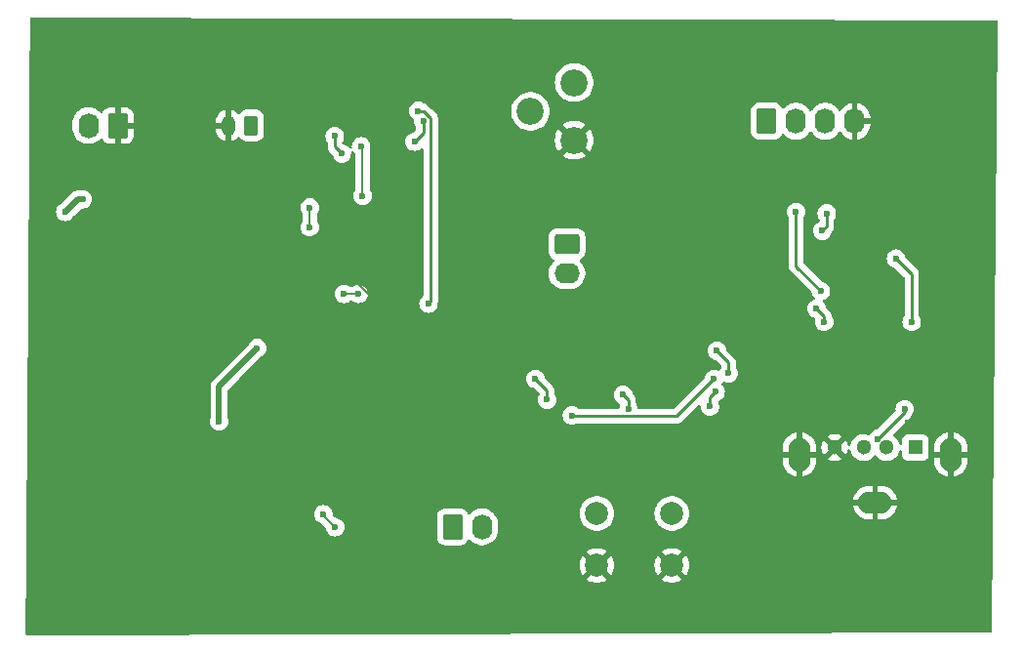
<source format=gbr>
%TF.GenerationSoftware,KiCad,Pcbnew,8.0.8*%
%TF.CreationDate,2025-04-07T15:17:30-05:00*%
%TF.ProjectId,finalproject,66696e61-6c70-4726-9f6a-6563742e6b69,rev?*%
%TF.SameCoordinates,Original*%
%TF.FileFunction,Copper,L2,Bot*%
%TF.FilePolarity,Positive*%
%FSLAX46Y46*%
G04 Gerber Fmt 4.6, Leading zero omitted, Abs format (unit mm)*
G04 Created by KiCad (PCBNEW 8.0.8) date 2025-04-07 15:17:30*
%MOMM*%
%LPD*%
G01*
G04 APERTURE LIST*
G04 Aperture macros list*
%AMRoundRect*
0 Rectangle with rounded corners*
0 $1 Rounding radius*
0 $2 $3 $4 $5 $6 $7 $8 $9 X,Y pos of 4 corners*
0 Add a 4 corners polygon primitive as box body*
4,1,4,$2,$3,$4,$5,$6,$7,$8,$9,$2,$3,0*
0 Add four circle primitives for the rounded corners*
1,1,$1+$1,$2,$3*
1,1,$1+$1,$4,$5*
1,1,$1+$1,$6,$7*
1,1,$1+$1,$8,$9*
0 Add four rect primitives between the rounded corners*
20,1,$1+$1,$2,$3,$4,$5,0*
20,1,$1+$1,$4,$5,$6,$7,0*
20,1,$1+$1,$6,$7,$8,$9,0*
20,1,$1+$1,$8,$9,$2,$3,0*%
G04 Aperture macros list end*
%TA.AperFunction,ComponentPad*%
%ADD10RoundRect,0.250000X-0.620000X-0.845000X0.620000X-0.845000X0.620000X0.845000X-0.620000X0.845000X0*%
%TD*%
%TA.AperFunction,ComponentPad*%
%ADD11O,1.740000X2.190000*%
%TD*%
%TA.AperFunction,ComponentPad*%
%ADD12RoundRect,0.250000X0.620000X0.845000X-0.620000X0.845000X-0.620000X-0.845000X0.620000X-0.845000X0*%
%TD*%
%TA.AperFunction,ComponentPad*%
%ADD13R,1.300000X1.300000*%
%TD*%
%TA.AperFunction,ComponentPad*%
%ADD14C,1.300000*%
%TD*%
%TA.AperFunction,ComponentPad*%
%ADD15O,1.900000X2.900000*%
%TD*%
%TA.AperFunction,ComponentPad*%
%ADD16O,2.900000X1.900000*%
%TD*%
%TA.AperFunction,ComponentPad*%
%ADD17RoundRect,0.250000X-0.845000X0.620000X-0.845000X-0.620000X0.845000X-0.620000X0.845000X0.620000X0*%
%TD*%
%TA.AperFunction,ComponentPad*%
%ADD18O,2.190000X1.740000*%
%TD*%
%TA.AperFunction,ComponentPad*%
%ADD19C,2.000000*%
%TD*%
%TA.AperFunction,ComponentPad*%
%ADD20C,2.340000*%
%TD*%
%TA.AperFunction,ComponentPad*%
%ADD21RoundRect,0.250000X0.350000X0.625000X-0.350000X0.625000X-0.350000X-0.625000X0.350000X-0.625000X0*%
%TD*%
%TA.AperFunction,ComponentPad*%
%ADD22O,1.200000X1.750000*%
%TD*%
%TA.AperFunction,ViaPad*%
%ADD23C,0.600000*%
%TD*%
%TA.AperFunction,Conductor*%
%ADD24C,0.200000*%
%TD*%
%TA.AperFunction,Conductor*%
%ADD25C,0.254000*%
%TD*%
%TA.AperFunction,Conductor*%
%ADD26C,0.508000*%
%TD*%
G04 APERTURE END LIST*
D10*
%TO.P,TEST1,1,Pin_1*%
%TO.N,+3.3V*%
X137160000Y-73534500D03*
D11*
%TO.P,TEST1,2,Pin_2*%
%TO.N,/TX*%
X139700000Y-73534500D03*
%TO.P,TEST1,3,Pin_3*%
%TO.N,/RX*%
X142240000Y-73534500D03*
%TO.P,TEST1,4,Pin_4*%
%TO.N,GND*%
X144780000Y-73534500D03*
%TD*%
D12*
%TO.P,Vin1,1,Pin_1*%
%TO.N,GND*%
X80867000Y-73914000D03*
D11*
%TO.P,Vin1,2,Pin_2*%
%TO.N,+5V*%
X78327000Y-73914000D03*
%TD*%
D13*
%TO.P,USB1,1,VBUS*%
%TO.N,/VBUS*%
X150058000Y-101842500D03*
D14*
%TO.P,USB1,2,D-*%
%TO.N,Net-(UART-TO-USB1-D-)*%
X147558000Y-101842500D03*
%TO.P,USB1,3,D+*%
%TO.N,Net-(UART-TO-USB1-D+)*%
X145558000Y-101842500D03*
%TO.P,USB1,4,GND*%
%TO.N,GND*%
X143058000Y-101842500D03*
D15*
%TO.P,USB1,5,Shield*%
X153128000Y-102442500D03*
D16*
X146558000Y-106622500D03*
D15*
X139988000Y-102442500D03*
%TD*%
D17*
%TO.P,SIG1,1,Pin_1*%
%TO.N,/SIG*%
X119824000Y-84201000D03*
D18*
%TO.P,SIG1,2,Pin_2*%
%TO.N,unconnected-(SIG1-Pin_2-Pad2)*%
X119824000Y-86741000D03*
%TD*%
D19*
%TO.P,SW1,1,1*%
%TO.N,GND*%
X128928000Y-112069000D03*
X122428000Y-112069000D03*
%TO.P,SW1,2,2*%
%TO.N,Net-(MCU1-NRST)*%
X128928000Y-107569000D03*
X122428000Y-107569000D03*
%TD*%
D10*
%TO.P,HEARTOUT1,1,Pin_1*%
%TO.N,/SDA*%
X109921501Y-108721500D03*
D11*
%TO.P,HEARTOUT1,2,Pin_2*%
%TO.N,/SCL*%
X112461501Y-108721500D03*
%TD*%
D20*
%TO.P,R17,1*%
%TO.N,GND*%
X120459000Y-75184000D03*
%TO.P,R17,2*%
%TO.N,Net-(R17-Pad2)*%
X116659000Y-72684000D03*
%TO.P,R17,3*%
%TO.N,N/C*%
X120459000Y-70184000D03*
%TD*%
D21*
%TO.P,GSR_IN1,1,Pin_1*%
%TO.N,Net-(GSR_IN1-Pin_1)*%
X92456000Y-73914000D03*
D22*
%TO.P,GSR_IN1,2,Pin_2*%
%TO.N,GND*%
X90456000Y-73914000D03*
%TD*%
D23*
%TO.N,GND*%
X102743000Y-89789000D03*
X100457000Y-87503000D03*
%TO.N,Net-(C3-Pad1)*%
X106934000Y-72644000D03*
X107823000Y-89357000D03*
%TO.N,Net-(R10-Pad2)*%
X100496000Y-88519000D03*
X101750000Y-88519000D03*
X97525093Y-82732876D03*
X97536000Y-81026000D03*
%TO.N,+5V*%
X102108000Y-80010000D03*
X101981000Y-75714000D03*
%TO.N,Net-(GSR_IN1-Pin_1)*%
X100302620Y-76341000D03*
X99695000Y-74833000D03*
%TO.N,GND*%
X102016000Y-107324500D03*
X128397000Y-88266500D03*
X103216000Y-106932001D03*
X132116320Y-92664606D03*
X126238000Y-92837000D03*
X128605091Y-91106409D03*
X133604000Y-101982500D03*
X85090000Y-75565000D03*
X130599894Y-92921606D03*
X94107000Y-95123000D03*
X128143000Y-97410500D03*
X101219000Y-94996000D03*
X149431000Y-99696500D03*
X86487000Y-83058000D03*
X150685000Y-99696500D03*
X134866000Y-101982500D03*
%TO.N,+1V8*%
X92964000Y-93218000D03*
X89662000Y-99568000D03*
%TO.N,+3.3V*%
X149733000Y-90944500D03*
X132842000Y-93452500D03*
X133858000Y-95394000D03*
X132731390Y-97013110D03*
X132225678Y-98280822D03*
X77827000Y-80305159D03*
X76319000Y-81407000D03*
X148375000Y-85458856D03*
%TO.N,/SIG*%
X132588000Y-95886500D03*
X120269000Y-99061500D03*
X117094000Y-95885000D03*
X118110000Y-97692500D03*
%TO.N,Net-(R17-Pad2)*%
X106616000Y-75311000D03*
X107378000Y-73533000D03*
%TO.N,Net-(HEART1-~{INT})*%
X98714341Y-107629341D03*
X99717160Y-108759160D03*
%TO.N,/SCL*%
X125170637Y-98502137D03*
X124703107Y-97272607D03*
%TO.N,/RX*%
X142367000Y-81527500D03*
X141986000Y-83035500D03*
%TO.N,/TX*%
X141859000Y-88266500D03*
X139700000Y-81408500D03*
X141478000Y-89790500D03*
X142137201Y-90957701D03*
%TO.N,Net-(UART-TO-USB1-D-)*%
X149136356Y-98515144D03*
X146812000Y-101093500D03*
%TD*%
D24*
%TO.N,GND*%
X101582529Y-87503000D02*
X102743000Y-88663471D01*
X102743000Y-88663471D02*
X102743000Y-89789000D01*
X100457000Y-87503000D02*
X101582529Y-87503000D01*
D25*
%TO.N,Net-(C3-Pad1)*%
X108005000Y-89175000D02*
X108005000Y-73273288D01*
X107823000Y-89357000D02*
X108005000Y-89175000D01*
X108005000Y-73273288D02*
X107375712Y-72644000D01*
X107375712Y-72644000D02*
X106934000Y-72644000D01*
D24*
%TO.N,Net-(R10-Pad2)*%
X101750000Y-88519000D02*
X100496000Y-88519000D01*
X97536000Y-82721969D02*
X97525093Y-82732876D01*
X97536000Y-81026000D02*
X97536000Y-82721969D01*
%TO.N,+5V*%
X102108000Y-80010000D02*
X102108000Y-75841000D01*
X102108000Y-75841000D02*
X101981000Y-75714000D01*
D25*
%TO.N,Net-(GSR_IN1-Pin_1)*%
X99695000Y-74833000D02*
X99695000Y-75733380D01*
X99695000Y-75733380D02*
X100302620Y-76341000D01*
%TO.N,GND*%
X149431000Y-99696500D02*
X150685000Y-99696500D01*
X133604000Y-101982500D02*
X134866000Y-101982500D01*
X85090000Y-75565000D02*
X86487000Y-76962000D01*
X102408499Y-106932001D02*
X102016000Y-107324500D01*
X130599894Y-92921606D02*
X131859320Y-92921606D01*
X94107000Y-95123000D02*
X101092000Y-95123000D01*
X126238000Y-95505500D02*
X128143000Y-97410500D01*
X128605091Y-91106409D02*
X128605091Y-88474591D01*
X131859320Y-92921606D02*
X132116320Y-92664606D01*
X126238000Y-92837000D02*
X126238000Y-95505500D01*
X86487000Y-76962000D02*
X86487000Y-83058000D01*
X101092000Y-95123000D02*
X101219000Y-94996000D01*
X103216000Y-106932001D02*
X102408499Y-106932001D01*
X128605091Y-88474591D02*
X128397000Y-88266500D01*
D26*
%TO.N,+1V8*%
X89662000Y-99568000D02*
X89662000Y-96520000D01*
X89662000Y-96520000D02*
X92964000Y-93218000D01*
%TO.N,+3.3V*%
X77420841Y-80305159D02*
X76319000Y-81407000D01*
D25*
X149733000Y-90944500D02*
X149733000Y-86816856D01*
X133858000Y-94468500D02*
X132842000Y-93452500D01*
X149733000Y-86816856D02*
X148375000Y-85458856D01*
X132225678Y-98280822D02*
X132225678Y-97518822D01*
D26*
X77827000Y-80305159D02*
X77420841Y-80305159D01*
D25*
X132225678Y-97518822D02*
X132731390Y-97013110D01*
X133858000Y-95394000D02*
X133858000Y-94468500D01*
%TO.N,/SIG*%
X120269000Y-99061500D02*
X120336637Y-99129137D01*
X118110000Y-97692500D02*
X118110000Y-96901000D01*
X129345363Y-99129137D02*
X132588000Y-95886500D01*
X118110000Y-96901000D02*
X117094000Y-95885000D01*
X120336637Y-99129137D02*
X129345363Y-99129137D01*
%TO.N,Net-(R17-Pad2)*%
X107378000Y-74549000D02*
X106616000Y-75311000D01*
X107378000Y-73533000D02*
X107378000Y-74549000D01*
D24*
%TO.N,Net-(HEART1-~{INT})*%
X98714341Y-107756341D02*
X99717160Y-108759160D01*
X98714341Y-107629341D02*
X98714341Y-107756341D01*
D25*
%TO.N,/SCL*%
X125170637Y-97740137D02*
X124703107Y-97272607D01*
X125170637Y-98502137D02*
X125170637Y-97740137D01*
%TO.N,/RX*%
X142367000Y-82654500D02*
X141986000Y-83035500D01*
X142367000Y-81527500D02*
X142367000Y-82654500D01*
%TO.N,/TX*%
X139700000Y-86107500D02*
X141859000Y-88266500D01*
X142137201Y-90449701D02*
X141478000Y-89790500D01*
X139700000Y-81408500D02*
X139700000Y-86107500D01*
X142137201Y-90957701D02*
X142137201Y-90449701D01*
%TO.N,Net-(UART-TO-USB1-D-)*%
X149136356Y-98769144D02*
X146812000Y-101093500D01*
X149136356Y-98515144D02*
X149136356Y-98769144D01*
%TD*%
%TA.AperFunction,Conductor*%
%TO.N,GND*%
G36*
X157101187Y-64769622D02*
G01*
X157168166Y-64789509D01*
X157213761Y-64842451D01*
X157224805Y-64894808D01*
X156719171Y-117733559D01*
X156698846Y-117800407D01*
X156645607Y-117845654D01*
X156595553Y-117856371D01*
X73023263Y-118109620D01*
X72956164Y-118090139D01*
X72910249Y-118037474D01*
X72898890Y-117984740D01*
X72899806Y-117856000D01*
X72940946Y-112068994D01*
X120922859Y-112068994D01*
X120922859Y-112069005D01*
X120943385Y-112316729D01*
X120943387Y-112316738D01*
X121004412Y-112557717D01*
X121104267Y-112785367D01*
X121204562Y-112938881D01*
X121904212Y-112239233D01*
X121915482Y-112281292D01*
X121987890Y-112406708D01*
X122090292Y-112509110D01*
X122215708Y-112581518D01*
X122257766Y-112592787D01*
X121557943Y-113292609D01*
X121604768Y-113329055D01*
X121604771Y-113329057D01*
X121823385Y-113447364D01*
X121823396Y-113447369D01*
X122058506Y-113528083D01*
X122303707Y-113569000D01*
X122552293Y-113569000D01*
X122797493Y-113528083D01*
X123032603Y-113447369D01*
X123032614Y-113447364D01*
X123251230Y-113329056D01*
X123251236Y-113329051D01*
X123298055Y-113292610D01*
X123298056Y-113292609D01*
X122598233Y-112592787D01*
X122640292Y-112581518D01*
X122765708Y-112509110D01*
X122868110Y-112406708D01*
X122940518Y-112281292D01*
X122951787Y-112239234D01*
X123651435Y-112938882D01*
X123751733Y-112785364D01*
X123851587Y-112557717D01*
X123912612Y-112316738D01*
X123912614Y-112316729D01*
X123933141Y-112069005D01*
X123933141Y-112068994D01*
X127422859Y-112068994D01*
X127422859Y-112069005D01*
X127443385Y-112316729D01*
X127443387Y-112316738D01*
X127504412Y-112557717D01*
X127604267Y-112785367D01*
X127704562Y-112938881D01*
X128404212Y-112239233D01*
X128415482Y-112281292D01*
X128487890Y-112406708D01*
X128590292Y-112509110D01*
X128715708Y-112581518D01*
X128757766Y-112592787D01*
X128057943Y-113292609D01*
X128104768Y-113329055D01*
X128104771Y-113329057D01*
X128323385Y-113447364D01*
X128323396Y-113447369D01*
X128558506Y-113528083D01*
X128803707Y-113569000D01*
X129052293Y-113569000D01*
X129297493Y-113528083D01*
X129532603Y-113447369D01*
X129532614Y-113447364D01*
X129751230Y-113329056D01*
X129751236Y-113329051D01*
X129798055Y-113292610D01*
X129798056Y-113292609D01*
X129098233Y-112592787D01*
X129140292Y-112581518D01*
X129265708Y-112509110D01*
X129368110Y-112406708D01*
X129440518Y-112281292D01*
X129451787Y-112239233D01*
X130151435Y-112938882D01*
X130251733Y-112785364D01*
X130351587Y-112557717D01*
X130412612Y-112316738D01*
X130412614Y-112316729D01*
X130433141Y-112069005D01*
X130433141Y-112068994D01*
X130412614Y-111821270D01*
X130412612Y-111821261D01*
X130351587Y-111580282D01*
X130251732Y-111352632D01*
X130151435Y-111199116D01*
X129451787Y-111898765D01*
X129440518Y-111856708D01*
X129368110Y-111731292D01*
X129265708Y-111628890D01*
X129140292Y-111556482D01*
X129098233Y-111545212D01*
X129798055Y-110845389D01*
X129798055Y-110845388D01*
X129751236Y-110808947D01*
X129751231Y-110808944D01*
X129532614Y-110690635D01*
X129532603Y-110690630D01*
X129297493Y-110609916D01*
X129052293Y-110569000D01*
X128803707Y-110569000D01*
X128558506Y-110609916D01*
X128323396Y-110690630D01*
X128323385Y-110690635D01*
X128104770Y-110808943D01*
X128057943Y-110845389D01*
X128757766Y-111545212D01*
X128715708Y-111556482D01*
X128590292Y-111628890D01*
X128487890Y-111731292D01*
X128415482Y-111856708D01*
X128404212Y-111898766D01*
X127704563Y-111199117D01*
X127604267Y-111352633D01*
X127604265Y-111352637D01*
X127504412Y-111580282D01*
X127443387Y-111821261D01*
X127443385Y-111821270D01*
X127422859Y-112068994D01*
X123933141Y-112068994D01*
X123912614Y-111821270D01*
X123912612Y-111821261D01*
X123851587Y-111580282D01*
X123751732Y-111352632D01*
X123651435Y-111199116D01*
X122951787Y-111898765D01*
X122940518Y-111856708D01*
X122868110Y-111731292D01*
X122765708Y-111628890D01*
X122640292Y-111556482D01*
X122598233Y-111545212D01*
X123298055Y-110845389D01*
X123298055Y-110845388D01*
X123251236Y-110808947D01*
X123251231Y-110808944D01*
X123032614Y-110690635D01*
X123032603Y-110690630D01*
X122797493Y-110609916D01*
X122552293Y-110569000D01*
X122303707Y-110569000D01*
X122058506Y-110609916D01*
X121823396Y-110690630D01*
X121823385Y-110690635D01*
X121604770Y-110808943D01*
X121557943Y-110845389D01*
X122257766Y-111545212D01*
X122215708Y-111556482D01*
X122090292Y-111628890D01*
X121987890Y-111731292D01*
X121915482Y-111856708D01*
X121904212Y-111898765D01*
X121204563Y-111199117D01*
X121104267Y-111352633D01*
X121104265Y-111352637D01*
X121004412Y-111580282D01*
X120943387Y-111821261D01*
X120943385Y-111821270D01*
X120922859Y-112068994D01*
X72940946Y-112068994D01*
X72972507Y-107629337D01*
X97908776Y-107629337D01*
X97908776Y-107629344D01*
X97928971Y-107808590D01*
X97928972Y-107808595D01*
X97988552Y-107978864D01*
X98024953Y-108036795D01*
X98084525Y-108131603D01*
X98212079Y-108259157D01*
X98364819Y-108355130D01*
X98490510Y-108399111D01*
X98537236Y-108428471D01*
X98886458Y-108777693D01*
X98919943Y-108839016D01*
X98921997Y-108851490D01*
X98931790Y-108938409D01*
X98931791Y-108938414D01*
X98931792Y-108938415D01*
X98939698Y-108961009D01*
X98991370Y-109108681D01*
X99087344Y-109261422D01*
X99214898Y-109388976D01*
X99367638Y-109484949D01*
X99537905Y-109544528D01*
X99537910Y-109544529D01*
X99717156Y-109564725D01*
X99717160Y-109564725D01*
X99717164Y-109564725D01*
X99896409Y-109544529D01*
X99896412Y-109544528D01*
X99896415Y-109544528D01*
X100066682Y-109484949D01*
X100219422Y-109388976D01*
X100346976Y-109261422D01*
X100442949Y-109108682D01*
X100502528Y-108938415D01*
X100512322Y-108851490D01*
X100522725Y-108759163D01*
X100522725Y-108759156D01*
X100502529Y-108579910D01*
X100502528Y-108579905D01*
X100442948Y-108409636D01*
X100348395Y-108259157D01*
X100346976Y-108256898D01*
X100219422Y-108129344D01*
X100066681Y-108033370D01*
X99896409Y-107973790D01*
X99809490Y-107963997D01*
X99745076Y-107936930D01*
X99735693Y-107928458D01*
X99633718Y-107826483D01*
X108551001Y-107826483D01*
X108551001Y-109616501D01*
X108551002Y-109616518D01*
X108561501Y-109719296D01*
X108561502Y-109719299D01*
X108599085Y-109832716D01*
X108616687Y-109885834D01*
X108708789Y-110035156D01*
X108832845Y-110159212D01*
X108982167Y-110251314D01*
X109148704Y-110306499D01*
X109251492Y-110317000D01*
X110591509Y-110316999D01*
X110694298Y-110306499D01*
X110860835Y-110251314D01*
X111010157Y-110159212D01*
X111134213Y-110035156D01*
X111226315Y-109885834D01*
X111226318Y-109885822D01*
X111226630Y-109885157D01*
X111226970Y-109884769D01*
X111230106Y-109879687D01*
X111230974Y-109880222D01*
X111272800Y-109832716D01*
X111339992Y-109813560D01*
X111406874Y-109833772D01*
X111426696Y-109849875D01*
X111568680Y-109991859D01*
X111743202Y-110118657D01*
X111935412Y-110216592D01*
X112140575Y-110283254D01*
X112220474Y-110295908D01*
X112353635Y-110317000D01*
X112353640Y-110317000D01*
X112569367Y-110317000D01*
X112687731Y-110298252D01*
X112782427Y-110283254D01*
X112987590Y-110216592D01*
X113179800Y-110118657D01*
X113354322Y-109991859D01*
X113506860Y-109839321D01*
X113633658Y-109664799D01*
X113731593Y-109472589D01*
X113798255Y-109267426D01*
X113813253Y-109172730D01*
X113832001Y-109054366D01*
X113832001Y-108388633D01*
X113798255Y-108175577D01*
X113798255Y-108175574D01*
X113731593Y-107970411D01*
X113633658Y-107778201D01*
X113506860Y-107603679D01*
X113472175Y-107568994D01*
X120922357Y-107568994D01*
X120922357Y-107569005D01*
X120942890Y-107816812D01*
X120942892Y-107816824D01*
X121003936Y-108057881D01*
X121103826Y-108285606D01*
X121239833Y-108493782D01*
X121239836Y-108493785D01*
X121408256Y-108676738D01*
X121604491Y-108829474D01*
X121823190Y-108947828D01*
X122058386Y-109028571D01*
X122303665Y-109069500D01*
X122552335Y-109069500D01*
X122797614Y-109028571D01*
X123032810Y-108947828D01*
X123251509Y-108829474D01*
X123447744Y-108676738D01*
X123616164Y-108493785D01*
X123752173Y-108285607D01*
X123852063Y-108057881D01*
X123913108Y-107816821D01*
X123916308Y-107778201D01*
X123933643Y-107569005D01*
X123933643Y-107568994D01*
X127422357Y-107568994D01*
X127422357Y-107569005D01*
X127442890Y-107816812D01*
X127442892Y-107816824D01*
X127503936Y-108057881D01*
X127603826Y-108285606D01*
X127739833Y-108493782D01*
X127739836Y-108493785D01*
X127908256Y-108676738D01*
X128104491Y-108829474D01*
X128323190Y-108947828D01*
X128558386Y-109028571D01*
X128803665Y-109069500D01*
X129052335Y-109069500D01*
X129297614Y-109028571D01*
X129532810Y-108947828D01*
X129751509Y-108829474D01*
X129947744Y-108676738D01*
X130116164Y-108493785D01*
X130252173Y-108285607D01*
X130352063Y-108057881D01*
X130413108Y-107816821D01*
X130416308Y-107778201D01*
X130433643Y-107569005D01*
X130433643Y-107568994D01*
X130413109Y-107321187D01*
X130413107Y-107321175D01*
X130352063Y-107080118D01*
X130252173Y-106852393D01*
X130116166Y-106644217D01*
X130037240Y-106558481D01*
X129947744Y-106461262D01*
X129833703Y-106372500D01*
X144629522Y-106372500D01*
X145457999Y-106372500D01*
X145432979Y-106432902D01*
X145408000Y-106558481D01*
X145408000Y-106686519D01*
X145432979Y-106812098D01*
X145457999Y-106872500D01*
X144629522Y-106872500D01*
X144643704Y-106962044D01*
X144714230Y-107179104D01*
X144817849Y-107382466D01*
X144952004Y-107567114D01*
X145113385Y-107728495D01*
X145298033Y-107862650D01*
X145501395Y-107966269D01*
X145718455Y-108036795D01*
X145943884Y-108072500D01*
X146308000Y-108072500D01*
X146308000Y-107272500D01*
X146808000Y-107272500D01*
X146808000Y-108072500D01*
X147172116Y-108072500D01*
X147397544Y-108036795D01*
X147614604Y-107966269D01*
X147817966Y-107862650D01*
X148002614Y-107728495D01*
X148163995Y-107567114D01*
X148298150Y-107382466D01*
X148401769Y-107179104D01*
X148472295Y-106962044D01*
X148486478Y-106872500D01*
X147658001Y-106872500D01*
X147683021Y-106812098D01*
X147708000Y-106686519D01*
X147708000Y-106558481D01*
X147683021Y-106432902D01*
X147658001Y-106372500D01*
X148486478Y-106372500D01*
X148472295Y-106282955D01*
X148401769Y-106065895D01*
X148298150Y-105862533D01*
X148163995Y-105677885D01*
X148002614Y-105516504D01*
X147817966Y-105382349D01*
X147614604Y-105278730D01*
X147397544Y-105208204D01*
X147172116Y-105172500D01*
X146808000Y-105172500D01*
X146808000Y-105972500D01*
X146308000Y-105972500D01*
X146308000Y-105172500D01*
X145943884Y-105172500D01*
X145718455Y-105208204D01*
X145501395Y-105278730D01*
X145298033Y-105382349D01*
X145113385Y-105516504D01*
X144952004Y-105677885D01*
X144817849Y-105862533D01*
X144714230Y-106065895D01*
X144643704Y-106282955D01*
X144629522Y-106372500D01*
X129833703Y-106372500D01*
X129751509Y-106308526D01*
X129751507Y-106308525D01*
X129751506Y-106308524D01*
X129532811Y-106190172D01*
X129532802Y-106190169D01*
X129297616Y-106109429D01*
X129052335Y-106068500D01*
X128803665Y-106068500D01*
X128558383Y-106109429D01*
X128323197Y-106190169D01*
X128323188Y-106190172D01*
X128104493Y-106308524D01*
X127908257Y-106461261D01*
X127739833Y-106644217D01*
X127603826Y-106852393D01*
X127503936Y-107080118D01*
X127442892Y-107321175D01*
X127442890Y-107321187D01*
X127422357Y-107568994D01*
X123933643Y-107568994D01*
X123913109Y-107321187D01*
X123913107Y-107321175D01*
X123852063Y-107080118D01*
X123752173Y-106852393D01*
X123616166Y-106644217D01*
X123537240Y-106558481D01*
X123447744Y-106461262D01*
X123251509Y-106308526D01*
X123251507Y-106308525D01*
X123251506Y-106308524D01*
X123032811Y-106190172D01*
X123032802Y-106190169D01*
X122797616Y-106109429D01*
X122552335Y-106068500D01*
X122303665Y-106068500D01*
X122058383Y-106109429D01*
X121823197Y-106190169D01*
X121823188Y-106190172D01*
X121604493Y-106308524D01*
X121408257Y-106461261D01*
X121239833Y-106644217D01*
X121103826Y-106852393D01*
X121003936Y-107080118D01*
X120942892Y-107321175D01*
X120942890Y-107321187D01*
X120922357Y-107568994D01*
X113472175Y-107568994D01*
X113354322Y-107451141D01*
X113179800Y-107324343D01*
X112987590Y-107226408D01*
X112782427Y-107159746D01*
X112782425Y-107159745D01*
X112782423Y-107159745D01*
X112569367Y-107126000D01*
X112569362Y-107126000D01*
X112353640Y-107126000D01*
X112353635Y-107126000D01*
X112140578Y-107159745D01*
X111935409Y-107226409D01*
X111743201Y-107324343D01*
X111568681Y-107451140D01*
X111426696Y-107593125D01*
X111365373Y-107626609D01*
X111295681Y-107621625D01*
X111239748Y-107579753D01*
X111226633Y-107557848D01*
X111226316Y-107557169D01*
X111226315Y-107557168D01*
X111226315Y-107557166D01*
X111134213Y-107407844D01*
X111010157Y-107283788D01*
X110860835Y-107191686D01*
X110694298Y-107136501D01*
X110694296Y-107136500D01*
X110591511Y-107126000D01*
X109251499Y-107126000D01*
X109251482Y-107126001D01*
X109148704Y-107136500D01*
X109148701Y-107136501D01*
X108982169Y-107191685D01*
X108982164Y-107191687D01*
X108832843Y-107283789D01*
X108708790Y-107407842D01*
X108616688Y-107557163D01*
X108616686Y-107557168D01*
X108588850Y-107641170D01*
X108561502Y-107723703D01*
X108561502Y-107723704D01*
X108561501Y-107723704D01*
X108551001Y-107826483D01*
X99633718Y-107826483D01*
X99553692Y-107746457D01*
X99520207Y-107685134D01*
X99518153Y-107644894D01*
X99519906Y-107629341D01*
X99509807Y-107539713D01*
X99499710Y-107450091D01*
X99499709Y-107450086D01*
X99476048Y-107382466D01*
X99440130Y-107279819D01*
X99344157Y-107127079D01*
X99216603Y-106999525D01*
X99063864Y-106903552D01*
X98893595Y-106843972D01*
X98893590Y-106843971D01*
X98714345Y-106823776D01*
X98714337Y-106823776D01*
X98535091Y-106843971D01*
X98535086Y-106843972D01*
X98364817Y-106903552D01*
X98212078Y-106999525D01*
X98084525Y-107127078D01*
X97988552Y-107279817D01*
X97928972Y-107450086D01*
X97928971Y-107450091D01*
X97908776Y-107629337D01*
X72972507Y-107629337D01*
X73013746Y-101828383D01*
X138538000Y-101828383D01*
X138538000Y-102192500D01*
X139338000Y-102192500D01*
X139338000Y-102692500D01*
X138538000Y-102692500D01*
X138538000Y-103056616D01*
X138573704Y-103282044D01*
X138644230Y-103499104D01*
X138747849Y-103702466D01*
X138882004Y-103887114D01*
X139043385Y-104048495D01*
X139228033Y-104182650D01*
X139431395Y-104286269D01*
X139648455Y-104356795D01*
X139738000Y-104370978D01*
X139738000Y-103542501D01*
X139798402Y-103567521D01*
X139923981Y-103592500D01*
X140052019Y-103592500D01*
X140177598Y-103567521D01*
X140238000Y-103542501D01*
X140238000Y-104370977D01*
X140327544Y-104356795D01*
X140544604Y-104286269D01*
X140747966Y-104182650D01*
X140932614Y-104048495D01*
X141093995Y-103887114D01*
X141228150Y-103702466D01*
X141331769Y-103499104D01*
X141402295Y-103282044D01*
X141438000Y-103056616D01*
X141438000Y-102692500D01*
X140638000Y-102692500D01*
X140638000Y-102192500D01*
X141438000Y-102192500D01*
X141438000Y-101842499D01*
X141903073Y-101842499D01*
X141903073Y-101842500D01*
X141922737Y-102054716D01*
X141922738Y-102054719D01*
X141981058Y-102259696D01*
X141981066Y-102259716D01*
X142076060Y-102450490D01*
X142084834Y-102462109D01*
X142084835Y-102462109D01*
X142615861Y-101931084D01*
X142638667Y-102016194D01*
X142697910Y-102118806D01*
X142781694Y-102202590D01*
X142884306Y-102261833D01*
X142969414Y-102284637D01*
X142440991Y-102813059D01*
X142543204Y-102876347D01*
X142543208Y-102876349D01*
X142741936Y-102953336D01*
X142741941Y-102953337D01*
X142951439Y-102992500D01*
X143164561Y-102992500D01*
X143374058Y-102953337D01*
X143374063Y-102953336D01*
X143572791Y-102876349D01*
X143572798Y-102876346D01*
X143675006Y-102813060D01*
X143675006Y-102813059D01*
X143146585Y-102284637D01*
X143231694Y-102261833D01*
X143334306Y-102202590D01*
X143418090Y-102118806D01*
X143477333Y-102016194D01*
X143500138Y-101931085D01*
X144031163Y-102462110D01*
X144039935Y-102450496D01*
X144039938Y-102450491D01*
X144134935Y-102259711D01*
X144134938Y-102259703D01*
X144188472Y-102071547D01*
X144225751Y-102012453D01*
X144289061Y-101982895D01*
X144358300Y-101992257D01*
X144411487Y-102037566D01*
X144427005Y-102071545D01*
X144480596Y-102259892D01*
X144480596Y-102259894D01*
X144575632Y-102450753D01*
X144647450Y-102545854D01*
X144704128Y-102620907D01*
X144861698Y-102764552D01*
X145042981Y-102876798D01*
X145241802Y-102953821D01*
X145451390Y-102993000D01*
X145451392Y-102993000D01*
X145664608Y-102993000D01*
X145664610Y-102993000D01*
X145874198Y-102953821D01*
X146073019Y-102876798D01*
X146254302Y-102764552D01*
X146411872Y-102620907D01*
X146459046Y-102558438D01*
X146515155Y-102516803D01*
X146584867Y-102512112D01*
X146646049Y-102545854D01*
X146656953Y-102558438D01*
X146704128Y-102620907D01*
X146861698Y-102764552D01*
X147042981Y-102876798D01*
X147241802Y-102953821D01*
X147451390Y-102993000D01*
X147451392Y-102993000D01*
X147664608Y-102993000D01*
X147664610Y-102993000D01*
X147874198Y-102953821D01*
X148073019Y-102876798D01*
X148254302Y-102764552D01*
X148411872Y-102620907D01*
X148540366Y-102450755D01*
X148635405Y-102259889D01*
X148664235Y-102158563D01*
X148701513Y-102099471D01*
X148764823Y-102069914D01*
X148834062Y-102079276D01*
X148887249Y-102124586D01*
X148907496Y-102191457D01*
X148907500Y-102192499D01*
X148907500Y-102540369D01*
X148907501Y-102540376D01*
X148913908Y-102599983D01*
X148964202Y-102734828D01*
X148964206Y-102734835D01*
X149050452Y-102850044D01*
X149050455Y-102850047D01*
X149165664Y-102936293D01*
X149165671Y-102936297D01*
X149300517Y-102986591D01*
X149300516Y-102986591D01*
X149307444Y-102987335D01*
X149360127Y-102993000D01*
X150755872Y-102992999D01*
X150815483Y-102986591D01*
X150950331Y-102936296D01*
X151065546Y-102850046D01*
X151151796Y-102734831D01*
X151202091Y-102599983D01*
X151208500Y-102540373D01*
X151208499Y-101828383D01*
X151678000Y-101828383D01*
X151678000Y-102192500D01*
X152478000Y-102192500D01*
X152478000Y-102692500D01*
X151678000Y-102692500D01*
X151678000Y-103056616D01*
X151713704Y-103282044D01*
X151784230Y-103499104D01*
X151887849Y-103702466D01*
X152022004Y-103887114D01*
X152183385Y-104048495D01*
X152368033Y-104182650D01*
X152571395Y-104286269D01*
X152788455Y-104356795D01*
X152878000Y-104370978D01*
X152878000Y-103542501D01*
X152938402Y-103567521D01*
X153063981Y-103592500D01*
X153192019Y-103592500D01*
X153317598Y-103567521D01*
X153378000Y-103542501D01*
X153378000Y-104370977D01*
X153467544Y-104356795D01*
X153684604Y-104286269D01*
X153887966Y-104182650D01*
X154072614Y-104048495D01*
X154233995Y-103887114D01*
X154368150Y-103702466D01*
X154471769Y-103499104D01*
X154542295Y-103282044D01*
X154578000Y-103056616D01*
X154578000Y-102692500D01*
X153778000Y-102692500D01*
X153778000Y-102192500D01*
X154578000Y-102192500D01*
X154578000Y-101828383D01*
X154542295Y-101602955D01*
X154471769Y-101385895D01*
X154368150Y-101182533D01*
X154233995Y-100997885D01*
X154072614Y-100836504D01*
X153887966Y-100702349D01*
X153684602Y-100598729D01*
X153467541Y-100528203D01*
X153378000Y-100514021D01*
X153378000Y-101342498D01*
X153317598Y-101317479D01*
X153192019Y-101292500D01*
X153063981Y-101292500D01*
X152938402Y-101317479D01*
X152878000Y-101342498D01*
X152878000Y-100514021D01*
X152877999Y-100514021D01*
X152788458Y-100528203D01*
X152571397Y-100598729D01*
X152368033Y-100702349D01*
X152183385Y-100836504D01*
X152022004Y-100997885D01*
X151887849Y-101182533D01*
X151784230Y-101385895D01*
X151713704Y-101602955D01*
X151678000Y-101828383D01*
X151208499Y-101828383D01*
X151208499Y-101144628D01*
X151202091Y-101085017D01*
X151151796Y-100950169D01*
X151151795Y-100950168D01*
X151151793Y-100950164D01*
X151065547Y-100834955D01*
X151065544Y-100834952D01*
X150950335Y-100748706D01*
X150950328Y-100748702D01*
X150815482Y-100698408D01*
X150815483Y-100698408D01*
X150755883Y-100692001D01*
X150755881Y-100692000D01*
X150755873Y-100692000D01*
X150755864Y-100692000D01*
X149360129Y-100692000D01*
X149360123Y-100692001D01*
X149300516Y-100698408D01*
X149165671Y-100748702D01*
X149165664Y-100748706D01*
X149050455Y-100834952D01*
X149050452Y-100834955D01*
X148964206Y-100950164D01*
X148964202Y-100950171D01*
X148913908Y-101085017D01*
X148907501Y-101144616D01*
X148907501Y-101144623D01*
X148907500Y-101144635D01*
X148907500Y-101492499D01*
X148887815Y-101559538D01*
X148835011Y-101605293D01*
X148765853Y-101615237D01*
X148702297Y-101586212D01*
X148664523Y-101527434D01*
X148664234Y-101526434D01*
X148635405Y-101425111D01*
X148635403Y-101425106D01*
X148635403Y-101425105D01*
X148540367Y-101234246D01*
X148411872Y-101064093D01*
X148254302Y-100920448D01*
X148207803Y-100891657D01*
X148151582Y-100856846D01*
X148104947Y-100804818D01*
X148093843Y-100735836D01*
X148121796Y-100671802D01*
X148129167Y-100663750D01*
X149623767Y-99169152D01*
X149634802Y-99152637D01*
X149635765Y-99151195D01*
X149651208Y-99132368D01*
X149766172Y-99017406D01*
X149862145Y-98864666D01*
X149921724Y-98694399D01*
X149928941Y-98630345D01*
X149941921Y-98515147D01*
X149941921Y-98515140D01*
X149921725Y-98335894D01*
X149921724Y-98335889D01*
X149884032Y-98228171D01*
X149862145Y-98165622D01*
X149860313Y-98162707D01*
X149785368Y-98043433D01*
X149766172Y-98012882D01*
X149638618Y-97885328D01*
X149507537Y-97802964D01*
X149485879Y-97789355D01*
X149315610Y-97729775D01*
X149315605Y-97729774D01*
X149136360Y-97709579D01*
X149136352Y-97709579D01*
X148957106Y-97729774D01*
X148957101Y-97729775D01*
X148786832Y-97789355D01*
X148634093Y-97885328D01*
X148506540Y-98012881D01*
X148410567Y-98165620D01*
X148350987Y-98335889D01*
X148350986Y-98335894D01*
X148330791Y-98515140D01*
X148330791Y-98515147D01*
X148341536Y-98610518D01*
X148329481Y-98679340D01*
X148305997Y-98712082D01*
X146750432Y-100267647D01*
X146689109Y-100301132D01*
X146676637Y-100303186D01*
X146632745Y-100308132D01*
X146462478Y-100367710D01*
X146309737Y-100463684D01*
X146182184Y-100591237D01*
X146105590Y-100713137D01*
X146053255Y-100759428D01*
X145984202Y-100770076D01*
X145955803Y-100762792D01*
X145874202Y-100731180D01*
X145874199Y-100731179D01*
X145874198Y-100731179D01*
X145664610Y-100692000D01*
X145451390Y-100692000D01*
X145241802Y-100731179D01*
X145241799Y-100731179D01*
X145241799Y-100731180D01*
X145042982Y-100808201D01*
X145042980Y-100808202D01*
X144861699Y-100920447D01*
X144704127Y-101064093D01*
X144575632Y-101234246D01*
X144480596Y-101425105D01*
X144480596Y-101425107D01*
X144427005Y-101613454D01*
X144389725Y-101672547D01*
X144326415Y-101702104D01*
X144257176Y-101692742D01*
X144203990Y-101647431D01*
X144188472Y-101613452D01*
X144134938Y-101425296D01*
X144134933Y-101425283D01*
X144039940Y-101234510D01*
X144031163Y-101222888D01*
X143500137Y-101753914D01*
X143477333Y-101668806D01*
X143418090Y-101566194D01*
X143334306Y-101482410D01*
X143231694Y-101423167D01*
X143146584Y-101400361D01*
X143675007Y-100871939D01*
X143572793Y-100808651D01*
X143572789Y-100808649D01*
X143374063Y-100731663D01*
X143374058Y-100731662D01*
X143164561Y-100692500D01*
X142951439Y-100692500D01*
X142741941Y-100731662D01*
X142741936Y-100731663D01*
X142543210Y-100808649D01*
X142543201Y-100808654D01*
X142440992Y-100871938D01*
X142440991Y-100871939D01*
X142969415Y-101400361D01*
X142884306Y-101423167D01*
X142781694Y-101482410D01*
X142697910Y-101566194D01*
X142638667Y-101668806D01*
X142615861Y-101753915D01*
X142084835Y-101222889D01*
X142076056Y-101234515D01*
X141981066Y-101425283D01*
X141981058Y-101425303D01*
X141922738Y-101630280D01*
X141922737Y-101630283D01*
X141903073Y-101842499D01*
X141438000Y-101842499D01*
X141438000Y-101828383D01*
X141402295Y-101602955D01*
X141331769Y-101385895D01*
X141228150Y-101182533D01*
X141093995Y-100997885D01*
X140932614Y-100836504D01*
X140747966Y-100702349D01*
X140544602Y-100598729D01*
X140327541Y-100528203D01*
X140238000Y-100514021D01*
X140238000Y-101342498D01*
X140177598Y-101317479D01*
X140052019Y-101292500D01*
X139923981Y-101292500D01*
X139798402Y-101317479D01*
X139738000Y-101342498D01*
X139738000Y-100514021D01*
X139737999Y-100514021D01*
X139648458Y-100528203D01*
X139431397Y-100598729D01*
X139228033Y-100702349D01*
X139043385Y-100836504D01*
X138882004Y-100997885D01*
X138747849Y-101182533D01*
X138644230Y-101385895D01*
X138573704Y-101602955D01*
X138538000Y-101828383D01*
X73013746Y-101828383D01*
X73029815Y-99567996D01*
X88856435Y-99567996D01*
X88856435Y-99568003D01*
X88876630Y-99747249D01*
X88876631Y-99747254D01*
X88936211Y-99917523D01*
X89032184Y-100070262D01*
X89159738Y-100197816D01*
X89312478Y-100293789D01*
X89482745Y-100353368D01*
X89482750Y-100353369D01*
X89661996Y-100373565D01*
X89662000Y-100373565D01*
X89662004Y-100373565D01*
X89841249Y-100353369D01*
X89841252Y-100353368D01*
X89841255Y-100353368D01*
X90011522Y-100293789D01*
X90164262Y-100197816D01*
X90291816Y-100070262D01*
X90387789Y-99917522D01*
X90447368Y-99747255D01*
X90452797Y-99699074D01*
X90467565Y-99568003D01*
X90467565Y-99567996D01*
X90447369Y-99388750D01*
X90447368Y-99388745D01*
X90423458Y-99320414D01*
X90416500Y-99279459D01*
X90416500Y-99061496D01*
X119463435Y-99061496D01*
X119463435Y-99061503D01*
X119483630Y-99240749D01*
X119483631Y-99240754D01*
X119543211Y-99411023D01*
X119617433Y-99529145D01*
X119639184Y-99563762D01*
X119766738Y-99691316D01*
X119832320Y-99732524D01*
X119900943Y-99775643D01*
X119919478Y-99787289D01*
X120089745Y-99846868D01*
X120089750Y-99846869D01*
X120268996Y-99867065D01*
X120269000Y-99867065D01*
X120269004Y-99867065D01*
X120448249Y-99846869D01*
X120448252Y-99846868D01*
X120448255Y-99846868D01*
X120618522Y-99787289D01*
X120627417Y-99781699D01*
X120637057Y-99775643D01*
X120703029Y-99756637D01*
X129407167Y-99756637D01*
X129407168Y-99756636D01*
X129528398Y-99732523D01*
X129609147Y-99699074D01*
X129642596Y-99685220D01*
X129745371Y-99616548D01*
X129832774Y-99529145D01*
X131212584Y-98149334D01*
X131273905Y-98115851D01*
X131343597Y-98120835D01*
X131399530Y-98162707D01*
X131423947Y-98228171D01*
X131423484Y-98250897D01*
X131420113Y-98280822D01*
X131420113Y-98280825D01*
X131440308Y-98460071D01*
X131440309Y-98460076D01*
X131499889Y-98630345D01*
X131540137Y-98694399D01*
X131595862Y-98783084D01*
X131723416Y-98910638D01*
X131876156Y-99006611D01*
X132033008Y-99061496D01*
X132046423Y-99066190D01*
X132046428Y-99066191D01*
X132225674Y-99086387D01*
X132225678Y-99086387D01*
X132225682Y-99086387D01*
X132404927Y-99066191D01*
X132404930Y-99066190D01*
X132404933Y-99066190D01*
X132575200Y-99006611D01*
X132727940Y-98910638D01*
X132855494Y-98783084D01*
X132951467Y-98630344D01*
X133011046Y-98460077D01*
X133014531Y-98429148D01*
X133031243Y-98280825D01*
X133031243Y-98280818D01*
X133011047Y-98101572D01*
X133011046Y-98101567D01*
X132951467Y-97931300D01*
X132951046Y-97930426D01*
X132950943Y-97929804D01*
X132949167Y-97924727D01*
X132950056Y-97924415D01*
X132939692Y-97861485D01*
X132967413Y-97797350D01*
X133021810Y-97759579D01*
X133080912Y-97738899D01*
X133233652Y-97642926D01*
X133361206Y-97515372D01*
X133457179Y-97362632D01*
X133516758Y-97192365D01*
X133521438Y-97150828D01*
X133536955Y-97013113D01*
X133536955Y-97013106D01*
X133516759Y-96833860D01*
X133516757Y-96833851D01*
X133470752Y-96702378D01*
X133457179Y-96663588D01*
X133444111Y-96642791D01*
X133363699Y-96514816D01*
X133361206Y-96510848D01*
X133295959Y-96445601D01*
X133262474Y-96384278D01*
X133267458Y-96314586D01*
X133278639Y-96291961D01*
X133313789Y-96236022D01*
X133330865Y-96187219D01*
X133371586Y-96130446D01*
X133436538Y-96104698D01*
X133501845Y-96117515D01*
X133502205Y-96116769D01*
X133505067Y-96118147D01*
X133505100Y-96118154D01*
X133505200Y-96118211D01*
X133508470Y-96119786D01*
X133508477Y-96119788D01*
X133508478Y-96119789D01*
X133678745Y-96179368D01*
X133678750Y-96179369D01*
X133857996Y-96199565D01*
X133858000Y-96199565D01*
X133858004Y-96199565D01*
X134037249Y-96179369D01*
X134037252Y-96179368D01*
X134037255Y-96179368D01*
X134207522Y-96119789D01*
X134360262Y-96023816D01*
X134487816Y-95896262D01*
X134583789Y-95743522D01*
X134643368Y-95573255D01*
X134643369Y-95573249D01*
X134663565Y-95394003D01*
X134663565Y-95393996D01*
X134643369Y-95214750D01*
X134643368Y-95214745D01*
X134603088Y-95099631D01*
X134583789Y-95044478D01*
X134504505Y-94918299D01*
X134485500Y-94852328D01*
X134485500Y-94406696D01*
X134485499Y-94406692D01*
X134461387Y-94285471D01*
X134461386Y-94285465D01*
X134427937Y-94204715D01*
X134414083Y-94171267D01*
X134354648Y-94082316D01*
X134345414Y-94068496D01*
X134345413Y-94068494D01*
X134345411Y-94068492D01*
X134258008Y-93981089D01*
X133667852Y-93390933D01*
X133634367Y-93329610D01*
X133632314Y-93317148D01*
X133627368Y-93273245D01*
X133567789Y-93102978D01*
X133471816Y-92950238D01*
X133344262Y-92822684D01*
X133191523Y-92726711D01*
X133021254Y-92667131D01*
X133021249Y-92667130D01*
X132842004Y-92646935D01*
X132841996Y-92646935D01*
X132662750Y-92667130D01*
X132662745Y-92667131D01*
X132492476Y-92726711D01*
X132339737Y-92822684D01*
X132212184Y-92950237D01*
X132116211Y-93102976D01*
X132056631Y-93273245D01*
X132056630Y-93273250D01*
X132036435Y-93452496D01*
X132036435Y-93452503D01*
X132056630Y-93631749D01*
X132056631Y-93631754D01*
X132116211Y-93802023D01*
X132144985Y-93847816D01*
X132212184Y-93954762D01*
X132339738Y-94082316D01*
X132430080Y-94139082D01*
X132481302Y-94171267D01*
X132492478Y-94178289D01*
X132662745Y-94237868D01*
X132706635Y-94242813D01*
X132771048Y-94269878D01*
X132780433Y-94278352D01*
X133194181Y-94692100D01*
X133227666Y-94753423D01*
X133230500Y-94779781D01*
X133230500Y-94852328D01*
X133211494Y-94918300D01*
X133132209Y-95044480D01*
X133115134Y-95093278D01*
X133074413Y-95150054D01*
X133009460Y-95175801D01*
X132944153Y-95162983D01*
X132943794Y-95163731D01*
X132940928Y-95162350D01*
X132940898Y-95162345D01*
X132940802Y-95162290D01*
X132937521Y-95160710D01*
X132767262Y-95101133D01*
X132767249Y-95101130D01*
X132588004Y-95080935D01*
X132587996Y-95080935D01*
X132408750Y-95101130D01*
X132408745Y-95101131D01*
X132238476Y-95160711D01*
X132085737Y-95256684D01*
X131958184Y-95384237D01*
X131862210Y-95536978D01*
X131802632Y-95707245D01*
X131797686Y-95751137D01*
X131770618Y-95815551D01*
X131762147Y-95824932D01*
X129121763Y-98465318D01*
X129060440Y-98498803D01*
X129034082Y-98501637D01*
X126086959Y-98501637D01*
X126019920Y-98481952D01*
X125974165Y-98429148D01*
X125963739Y-98391520D01*
X125956006Y-98322887D01*
X125956005Y-98322885D01*
X125956005Y-98322882D01*
X125896426Y-98152615D01*
X125817142Y-98026436D01*
X125798137Y-97960465D01*
X125798137Y-97678331D01*
X125774023Y-97557107D01*
X125774022Y-97557106D01*
X125774022Y-97557102D01*
X125755856Y-97513245D01*
X125726723Y-97442910D01*
X125726716Y-97442897D01*
X125658049Y-97340130D01*
X125658048Y-97340129D01*
X125570645Y-97252726D01*
X125528959Y-97211040D01*
X125495474Y-97149717D01*
X125493421Y-97137255D01*
X125488475Y-97093352D01*
X125428896Y-96923085D01*
X125332923Y-96770345D01*
X125205369Y-96642791D01*
X125154437Y-96610788D01*
X125052630Y-96546818D01*
X124882361Y-96487238D01*
X124882356Y-96487237D01*
X124703111Y-96467042D01*
X124703103Y-96467042D01*
X124523857Y-96487237D01*
X124523852Y-96487238D01*
X124353583Y-96546818D01*
X124200844Y-96642791D01*
X124073291Y-96770344D01*
X123977318Y-96923083D01*
X123917738Y-97093352D01*
X123917737Y-97093357D01*
X123897542Y-97272603D01*
X123897542Y-97272610D01*
X123917737Y-97451856D01*
X123917738Y-97451861D01*
X123977318Y-97622130D01*
X124063684Y-97759579D01*
X124073291Y-97774869D01*
X124200845Y-97902423D01*
X124353585Y-97998396D01*
X124365925Y-98002714D01*
X124422701Y-98043433D01*
X124448451Y-98108385D01*
X124442015Y-98160710D01*
X124385267Y-98322887D01*
X124377535Y-98391520D01*
X124350469Y-98455934D01*
X124292874Y-98495489D01*
X124254315Y-98501637D01*
X120892577Y-98501637D01*
X120825538Y-98481952D01*
X120804896Y-98465318D01*
X120771262Y-98431684D01*
X120618523Y-98335711D01*
X120448254Y-98276131D01*
X120448249Y-98276130D01*
X120269004Y-98255935D01*
X120268996Y-98255935D01*
X120089750Y-98276130D01*
X120089745Y-98276131D01*
X119919476Y-98335711D01*
X119766737Y-98431684D01*
X119639184Y-98559237D01*
X119543211Y-98711976D01*
X119483631Y-98882245D01*
X119483630Y-98882250D01*
X119463435Y-99061496D01*
X90416500Y-99061496D01*
X90416500Y-96883885D01*
X90436185Y-96816846D01*
X90452814Y-96796209D01*
X91364027Y-95884996D01*
X116288435Y-95884996D01*
X116288435Y-95885003D01*
X116308630Y-96064249D01*
X116308631Y-96064254D01*
X116368211Y-96234523D01*
X116458180Y-96377707D01*
X116464184Y-96387262D01*
X116591738Y-96514816D01*
X116642669Y-96546818D01*
X116733302Y-96603767D01*
X116744478Y-96610789D01*
X116914745Y-96670368D01*
X116958635Y-96675313D01*
X117023048Y-96702378D01*
X117032433Y-96710852D01*
X117422467Y-97100886D01*
X117455952Y-97162209D01*
X117450968Y-97231901D01*
X117439780Y-97254538D01*
X117384212Y-97342974D01*
X117324631Y-97513245D01*
X117324630Y-97513250D01*
X117304435Y-97692496D01*
X117304435Y-97692503D01*
X117324630Y-97871749D01*
X117324631Y-97871754D01*
X117384211Y-98042023D01*
X117451641Y-98149336D01*
X117480184Y-98194762D01*
X117607738Y-98322316D01*
X117760478Y-98418289D01*
X117879901Y-98460077D01*
X117930745Y-98477868D01*
X117930750Y-98477869D01*
X118109996Y-98498065D01*
X118110000Y-98498065D01*
X118110004Y-98498065D01*
X118289249Y-98477869D01*
X118289252Y-98477868D01*
X118289255Y-98477868D01*
X118459522Y-98418289D01*
X118612262Y-98322316D01*
X118739816Y-98194762D01*
X118835789Y-98042022D01*
X118895368Y-97871755D01*
X118903119Y-97802964D01*
X118915565Y-97692503D01*
X118915565Y-97692496D01*
X118895369Y-97513250D01*
X118895368Y-97513245D01*
X118870757Y-97442910D01*
X118835789Y-97342978D01*
X118835786Y-97342974D01*
X118756506Y-97216800D01*
X118737500Y-97150828D01*
X118737500Y-96839201D01*
X118737500Y-96839197D01*
X118737498Y-96839186D01*
X118736437Y-96833851D01*
X118736435Y-96833846D01*
X118736172Y-96832524D01*
X118713386Y-96717965D01*
X118679937Y-96637215D01*
X118666083Y-96603767D01*
X118606648Y-96514816D01*
X118597414Y-96500996D01*
X118597413Y-96500994D01*
X118563461Y-96467042D01*
X118510008Y-96413589D01*
X117919852Y-95823433D01*
X117886367Y-95762110D01*
X117884314Y-95749648D01*
X117879368Y-95705745D01*
X117819789Y-95535478D01*
X117723816Y-95382738D01*
X117596262Y-95255184D01*
X117443523Y-95159211D01*
X117273254Y-95099631D01*
X117273249Y-95099630D01*
X117094004Y-95079435D01*
X117093996Y-95079435D01*
X116914750Y-95099630D01*
X116914745Y-95099631D01*
X116744476Y-95159211D01*
X116591737Y-95255184D01*
X116464184Y-95382737D01*
X116368211Y-95535476D01*
X116308631Y-95705745D01*
X116308630Y-95705750D01*
X116288435Y-95884996D01*
X91364027Y-95884996D01*
X93282639Y-93966383D01*
X93308130Y-93948301D01*
X93307624Y-93947495D01*
X93313522Y-93943789D01*
X93466262Y-93847816D01*
X93593816Y-93720262D01*
X93689789Y-93567522D01*
X93749368Y-93397255D01*
X93749369Y-93397249D01*
X93769565Y-93218003D01*
X93769565Y-93217996D01*
X93749369Y-93038750D01*
X93749368Y-93038745D01*
X93718398Y-92950237D01*
X93689789Y-92868478D01*
X93593816Y-92715738D01*
X93466262Y-92588184D01*
X93313523Y-92492211D01*
X93143254Y-92432631D01*
X93143249Y-92432630D01*
X92964004Y-92412435D01*
X92963996Y-92412435D01*
X92784750Y-92432630D01*
X92784745Y-92432631D01*
X92614476Y-92492211D01*
X92461737Y-92588184D01*
X92334184Y-92715737D01*
X92234507Y-92874373D01*
X92233705Y-92873869D01*
X92215615Y-92899359D01*
X89075943Y-96039030D01*
X89075942Y-96039031D01*
X88993372Y-96162607D01*
X88993366Y-96162617D01*
X88978063Y-96199565D01*
X88974758Y-96207545D01*
X88962963Y-96236022D01*
X88942051Y-96286507D01*
X88936495Y-96299919D01*
X88936493Y-96299925D01*
X88907499Y-96445685D01*
X88907499Y-96600425D01*
X88907500Y-96600446D01*
X88907500Y-99279459D01*
X88900542Y-99320414D01*
X88876631Y-99388745D01*
X88876630Y-99388750D01*
X88856435Y-99567996D01*
X73029815Y-99567996D01*
X73108362Y-88518996D01*
X99690435Y-88518996D01*
X99690435Y-88519003D01*
X99710630Y-88698249D01*
X99710631Y-88698254D01*
X99770211Y-88868523D01*
X99847979Y-88992289D01*
X99866184Y-89021262D01*
X99993738Y-89148816D01*
X100012626Y-89160684D01*
X100133766Y-89236802D01*
X100146478Y-89244789D01*
X100229904Y-89273981D01*
X100316745Y-89304368D01*
X100316750Y-89304369D01*
X100495996Y-89324565D01*
X100496000Y-89324565D01*
X100496004Y-89324565D01*
X100675249Y-89304369D01*
X100675252Y-89304368D01*
X100675255Y-89304368D01*
X100845522Y-89244789D01*
X100998262Y-89148816D01*
X100998267Y-89148810D01*
X101001097Y-89146555D01*
X101003275Y-89145665D01*
X101004158Y-89145111D01*
X101004255Y-89145265D01*
X101065783Y-89120145D01*
X101078412Y-89119500D01*
X101167588Y-89119500D01*
X101234627Y-89139185D01*
X101244903Y-89146555D01*
X101247736Y-89148814D01*
X101247738Y-89148816D01*
X101361270Y-89220152D01*
X101387766Y-89236802D01*
X101400478Y-89244789D01*
X101483904Y-89273981D01*
X101570745Y-89304368D01*
X101570750Y-89304369D01*
X101749996Y-89324565D01*
X101750000Y-89324565D01*
X101750004Y-89324565D01*
X101929249Y-89304369D01*
X101929252Y-89304368D01*
X101929255Y-89304368D01*
X102099522Y-89244789D01*
X102252262Y-89148816D01*
X102379816Y-89021262D01*
X102475789Y-88868522D01*
X102535368Y-88698255D01*
X102536127Y-88691518D01*
X102555565Y-88519003D01*
X102555565Y-88518996D01*
X102535369Y-88339750D01*
X102535368Y-88339745D01*
X102531281Y-88328065D01*
X102475789Y-88169478D01*
X102379816Y-88016738D01*
X102252262Y-87889184D01*
X102099523Y-87793211D01*
X101929254Y-87733631D01*
X101929249Y-87733630D01*
X101750004Y-87713435D01*
X101749996Y-87713435D01*
X101570750Y-87733630D01*
X101570745Y-87733631D01*
X101400476Y-87793211D01*
X101247736Y-87889185D01*
X101244903Y-87891445D01*
X101242724Y-87892334D01*
X101241842Y-87892889D01*
X101241744Y-87892734D01*
X101180217Y-87917855D01*
X101167588Y-87918500D01*
X101078412Y-87918500D01*
X101011373Y-87898815D01*
X101001097Y-87891445D01*
X100998263Y-87889185D01*
X100998262Y-87889184D01*
X100941496Y-87853515D01*
X100845523Y-87793211D01*
X100675254Y-87733631D01*
X100675249Y-87733630D01*
X100496004Y-87713435D01*
X100495996Y-87713435D01*
X100316750Y-87733630D01*
X100316745Y-87733631D01*
X100146476Y-87793211D01*
X99993737Y-87889184D01*
X99866184Y-88016737D01*
X99770211Y-88169476D01*
X99710631Y-88339745D01*
X99710630Y-88339750D01*
X99690435Y-88518996D01*
X73108362Y-88518996D01*
X73149496Y-82732872D01*
X96719528Y-82732872D01*
X96719528Y-82732879D01*
X96739723Y-82912125D01*
X96739724Y-82912130D01*
X96799304Y-83082399D01*
X96854892Y-83170866D01*
X96895277Y-83235138D01*
X97022831Y-83362692D01*
X97175571Y-83458665D01*
X97345838Y-83518244D01*
X97345843Y-83518245D01*
X97525089Y-83538441D01*
X97525093Y-83538441D01*
X97525097Y-83538441D01*
X97704342Y-83518245D01*
X97704345Y-83518244D01*
X97704348Y-83518244D01*
X97874615Y-83458665D01*
X98027355Y-83362692D01*
X98154909Y-83235138D01*
X98250882Y-83082398D01*
X98310461Y-82912131D01*
X98310462Y-82912125D01*
X98330658Y-82732879D01*
X98330658Y-82732872D01*
X98310462Y-82553626D01*
X98310461Y-82553621D01*
X98303328Y-82533237D01*
X98250882Y-82383354D01*
X98155506Y-82231564D01*
X98136500Y-82165592D01*
X98136500Y-81608412D01*
X98156185Y-81541373D01*
X98163555Y-81531097D01*
X98165810Y-81528267D01*
X98165816Y-81528262D01*
X98261789Y-81375522D01*
X98321368Y-81205255D01*
X98321369Y-81205249D01*
X98341565Y-81026003D01*
X98341565Y-81025996D01*
X98321369Y-80846750D01*
X98321368Y-80846745D01*
X98297552Y-80778684D01*
X98261789Y-80676478D01*
X98165816Y-80523738D01*
X98038262Y-80396184D01*
X97885523Y-80300211D01*
X97715254Y-80240631D01*
X97715249Y-80240630D01*
X97536004Y-80220435D01*
X97535996Y-80220435D01*
X97356750Y-80240630D01*
X97356745Y-80240631D01*
X97186476Y-80300211D01*
X97033737Y-80396184D01*
X96906184Y-80523737D01*
X96810211Y-80676476D01*
X96750631Y-80846745D01*
X96750630Y-80846750D01*
X96730435Y-81025996D01*
X96730435Y-81026003D01*
X96750630Y-81205249D01*
X96750631Y-81205254D01*
X96810211Y-81375523D01*
X96830930Y-81408496D01*
X96905705Y-81527500D01*
X96906185Y-81528263D01*
X96908445Y-81531097D01*
X96909334Y-81533275D01*
X96909889Y-81534158D01*
X96909734Y-81534255D01*
X96934855Y-81595783D01*
X96935500Y-81608412D01*
X96935500Y-82139029D01*
X96915815Y-82206068D01*
X96899181Y-82226710D01*
X96895277Y-82230613D01*
X96799304Y-82383352D01*
X96739724Y-82553621D01*
X96739723Y-82553626D01*
X96719528Y-82732872D01*
X73149496Y-82732872D01*
X73158922Y-81406996D01*
X75513435Y-81406996D01*
X75513435Y-81407003D01*
X75533630Y-81586249D01*
X75533631Y-81586254D01*
X75593211Y-81756523D01*
X75673435Y-81884198D01*
X75689184Y-81909262D01*
X75816738Y-82036816D01*
X75969478Y-82132789D01*
X76063224Y-82165592D01*
X76139745Y-82192368D01*
X76139750Y-82192369D01*
X76318996Y-82212565D01*
X76319000Y-82212565D01*
X76319004Y-82212565D01*
X76498249Y-82192369D01*
X76498252Y-82192368D01*
X76498255Y-82192368D01*
X76668522Y-82132789D01*
X76821262Y-82036816D01*
X76948816Y-81909262D01*
X77044789Y-81756522D01*
X77044789Y-81756520D01*
X77048494Y-81750625D01*
X77049299Y-81751131D01*
X77067382Y-81725641D01*
X77654728Y-81138294D01*
X77716049Y-81104811D01*
X77756291Y-81102757D01*
X77826998Y-81110724D01*
X77827000Y-81110724D01*
X77827004Y-81110724D01*
X78006249Y-81090528D01*
X78006252Y-81090527D01*
X78006255Y-81090527D01*
X78176522Y-81030948D01*
X78329262Y-80934975D01*
X78456816Y-80807421D01*
X78552789Y-80654681D01*
X78612368Y-80484414D01*
X78632565Y-80305159D01*
X78632007Y-80300211D01*
X78612369Y-80125909D01*
X78612368Y-80125904D01*
X78552788Y-79955635D01*
X78456815Y-79802896D01*
X78329262Y-79675343D01*
X78176523Y-79579370D01*
X78006254Y-79519790D01*
X78006249Y-79519789D01*
X77827004Y-79499594D01*
X77826996Y-79499594D01*
X77647750Y-79519789D01*
X77647737Y-79519792D01*
X77579415Y-79543700D01*
X77538460Y-79550659D01*
X77346524Y-79550659D01*
X77200768Y-79579652D01*
X77200760Y-79579654D01*
X77063449Y-79636530D01*
X76939876Y-79719098D01*
X76939875Y-79719099D01*
X76887329Y-79771646D01*
X76834782Y-79824193D01*
X76834780Y-79824195D01*
X76000357Y-80658616D01*
X75974869Y-80676705D01*
X75975373Y-80677507D01*
X75816737Y-80777184D01*
X75689184Y-80904737D01*
X75593211Y-81057476D01*
X75533631Y-81227745D01*
X75533630Y-81227750D01*
X75513435Y-81406996D01*
X73158922Y-81406996D01*
X73214556Y-73581133D01*
X76956500Y-73581133D01*
X76956500Y-74246866D01*
X76989843Y-74457381D01*
X76990246Y-74459926D01*
X77056908Y-74665089D01*
X77154843Y-74857299D01*
X77281641Y-75031821D01*
X77434179Y-75184359D01*
X77608701Y-75311157D01*
X77800911Y-75409092D01*
X78006074Y-75475754D01*
X78085973Y-75488408D01*
X78219134Y-75509500D01*
X78219139Y-75509500D01*
X78434866Y-75509500D01*
X78556408Y-75490249D01*
X78647926Y-75475754D01*
X78853089Y-75409092D01*
X79045299Y-75311157D01*
X79219821Y-75184359D01*
X79362186Y-75041993D01*
X79423505Y-75008511D01*
X79493197Y-75013495D01*
X79549131Y-75055366D01*
X79562248Y-75077277D01*
X79562640Y-75078118D01*
X79654684Y-75227345D01*
X79778654Y-75351315D01*
X79927875Y-75443356D01*
X79927880Y-75443358D01*
X80094302Y-75498505D01*
X80094309Y-75498506D01*
X80197019Y-75508999D01*
X80616999Y-75508999D01*
X80617000Y-75508998D01*
X80617000Y-74456709D01*
X80637339Y-74468452D01*
X80788667Y-74509000D01*
X80945333Y-74509000D01*
X81096661Y-74468452D01*
X81117000Y-74456709D01*
X81117000Y-75508999D01*
X81536972Y-75508999D01*
X81536986Y-75508998D01*
X81639697Y-75498505D01*
X81806119Y-75443358D01*
X81806124Y-75443356D01*
X81955345Y-75351315D01*
X82079315Y-75227345D01*
X82171356Y-75078124D01*
X82171358Y-75078119D01*
X82226505Y-74911697D01*
X82226506Y-74911690D01*
X82236999Y-74808986D01*
X82237000Y-74808973D01*
X82237000Y-74164000D01*
X81409709Y-74164000D01*
X81421452Y-74143661D01*
X81462000Y-73992333D01*
X81462000Y-73835667D01*
X81421452Y-73684339D01*
X81409709Y-73664000D01*
X82236999Y-73664000D01*
X82236999Y-73552428D01*
X89356000Y-73552428D01*
X89356000Y-73664000D01*
X90175670Y-73664000D01*
X90155925Y-73683745D01*
X90106556Y-73769255D01*
X90081000Y-73864630D01*
X90081000Y-73963370D01*
X90106556Y-74058745D01*
X90155925Y-74144255D01*
X90175670Y-74164000D01*
X89356000Y-74164000D01*
X89356000Y-74275571D01*
X89383085Y-74446584D01*
X89436591Y-74611257D01*
X89515195Y-74765524D01*
X89616967Y-74905602D01*
X89739397Y-75028032D01*
X89879475Y-75129804D01*
X90033744Y-75208408D01*
X90198415Y-75261914D01*
X90198414Y-75261914D01*
X90205999Y-75263115D01*
X90206000Y-75263114D01*
X90206000Y-74194330D01*
X90225745Y-74214075D01*
X90311255Y-74263444D01*
X90406630Y-74289000D01*
X90505370Y-74289000D01*
X90600745Y-74263444D01*
X90686255Y-74214075D01*
X90706000Y-74194330D01*
X90706000Y-75263115D01*
X90713584Y-75261914D01*
X90878255Y-75208408D01*
X91032524Y-75129804D01*
X91172598Y-75028035D01*
X91280199Y-74920434D01*
X91341522Y-74886949D01*
X91411214Y-74891933D01*
X91467148Y-74933804D01*
X91473418Y-74943016D01*
X91513288Y-75007656D01*
X91637344Y-75131712D01*
X91786666Y-75223814D01*
X91953203Y-75278999D01*
X92055991Y-75289500D01*
X92856008Y-75289499D01*
X92856016Y-75289498D01*
X92856019Y-75289498D01*
X92912302Y-75283748D01*
X92958797Y-75278999D01*
X93125334Y-75223814D01*
X93274656Y-75131712D01*
X93398712Y-75007656D01*
X93490814Y-74858334D01*
X93499210Y-74832996D01*
X98889435Y-74832996D01*
X98889435Y-74833003D01*
X98909630Y-75012249D01*
X98909631Y-75012254D01*
X98969211Y-75182524D01*
X99048493Y-75308698D01*
X99067500Y-75374671D01*
X99067500Y-75795187D01*
X99091612Y-75916407D01*
X99091614Y-75916415D01*
X99122706Y-75991476D01*
X99122707Y-75991478D01*
X99138915Y-76030609D01*
X99138920Y-76030618D01*
X99173731Y-76082716D01*
X99173731Y-76082717D01*
X99207585Y-76133383D01*
X99207591Y-76133391D01*
X99476766Y-76402566D01*
X99510251Y-76463889D01*
X99512305Y-76476361D01*
X99517250Y-76520249D01*
X99576830Y-76690521D01*
X99609752Y-76742916D01*
X99672804Y-76843262D01*
X99800358Y-76970816D01*
X99953098Y-77066789D01*
X100123365Y-77126368D01*
X100123370Y-77126369D01*
X100302616Y-77146565D01*
X100302620Y-77146565D01*
X100302624Y-77146565D01*
X100481869Y-77126369D01*
X100481872Y-77126368D01*
X100481875Y-77126368D01*
X100652142Y-77066789D01*
X100804882Y-76970816D01*
X100932436Y-76843262D01*
X101028409Y-76690522D01*
X101087988Y-76520255D01*
X101094339Y-76463889D01*
X101108185Y-76341003D01*
X101108185Y-76340996D01*
X101098793Y-76257639D01*
X101110848Y-76188818D01*
X101158197Y-76137438D01*
X101225807Y-76119814D01*
X101292213Y-76141541D01*
X101327007Y-76177784D01*
X101351184Y-76216262D01*
X101471181Y-76336259D01*
X101504666Y-76397582D01*
X101507500Y-76423940D01*
X101507500Y-79427587D01*
X101487815Y-79494626D01*
X101480450Y-79504896D01*
X101478186Y-79507734D01*
X101382211Y-79660476D01*
X101322631Y-79830745D01*
X101322630Y-79830750D01*
X101302435Y-80009996D01*
X101302435Y-80010003D01*
X101322630Y-80189249D01*
X101322631Y-80189254D01*
X101382211Y-80359523D01*
X101405247Y-80396184D01*
X101478184Y-80512262D01*
X101605738Y-80639816D01*
X101664518Y-80676750D01*
X101736429Y-80721935D01*
X101758478Y-80735789D01*
X101876778Y-80777184D01*
X101928745Y-80795368D01*
X101928750Y-80795369D01*
X102107996Y-80815565D01*
X102108000Y-80815565D01*
X102108004Y-80815565D01*
X102287249Y-80795369D01*
X102287252Y-80795368D01*
X102287255Y-80795368D01*
X102457522Y-80735789D01*
X102610262Y-80639816D01*
X102737816Y-80512262D01*
X102833789Y-80359522D01*
X102893368Y-80189255D01*
X102893369Y-80189249D01*
X102913565Y-80010003D01*
X102913565Y-80009996D01*
X102893369Y-79830750D01*
X102893368Y-79830745D01*
X102833788Y-79660476D01*
X102783004Y-79579654D01*
X102737816Y-79507738D01*
X102737814Y-79507736D01*
X102737813Y-79507734D01*
X102735550Y-79504896D01*
X102734659Y-79502715D01*
X102734111Y-79501842D01*
X102734264Y-79501745D01*
X102709144Y-79440209D01*
X102708500Y-79427587D01*
X102708500Y-76079701D01*
X102715458Y-76038747D01*
X102716143Y-76036789D01*
X102766368Y-75893255D01*
X102781380Y-75760022D01*
X102786565Y-75714003D01*
X102786565Y-75713996D01*
X102766369Y-75534750D01*
X102766368Y-75534745D01*
X102744924Y-75473461D01*
X102706789Y-75364478D01*
X102673184Y-75310996D01*
X105810435Y-75310996D01*
X105810435Y-75311003D01*
X105830630Y-75490249D01*
X105830631Y-75490254D01*
X105890211Y-75660523D01*
X105952731Y-75760022D01*
X105986184Y-75813262D01*
X106113738Y-75940816D01*
X106163517Y-75972094D01*
X106256642Y-76030609D01*
X106266478Y-76036789D01*
X106397730Y-76082716D01*
X106436745Y-76096368D01*
X106436750Y-76096369D01*
X106615996Y-76116565D01*
X106616000Y-76116565D01*
X106616004Y-76116565D01*
X106795249Y-76096369D01*
X106795252Y-76096368D01*
X106795255Y-76096368D01*
X106965522Y-76036789D01*
X107118262Y-75940816D01*
X107165819Y-75893259D01*
X107227142Y-75859774D01*
X107296834Y-75864758D01*
X107352767Y-75906630D01*
X107377184Y-75972094D01*
X107377500Y-75980940D01*
X107377500Y-88622985D01*
X107357815Y-88690024D01*
X107325514Y-88722001D01*
X107326184Y-88722841D01*
X107320737Y-88727184D01*
X107193184Y-88854737D01*
X107097211Y-89007476D01*
X107037631Y-89177745D01*
X107037630Y-89177750D01*
X107017435Y-89356996D01*
X107017435Y-89357003D01*
X107037630Y-89536249D01*
X107037631Y-89536254D01*
X107097211Y-89706523D01*
X107149975Y-89790496D01*
X107193184Y-89859262D01*
X107320738Y-89986816D01*
X107473478Y-90082789D01*
X107637041Y-90140022D01*
X107643745Y-90142368D01*
X107643750Y-90142369D01*
X107822996Y-90162565D01*
X107823000Y-90162565D01*
X107823004Y-90162565D01*
X108002249Y-90142369D01*
X108002252Y-90142368D01*
X108002255Y-90142368D01*
X108172522Y-90082789D01*
X108325262Y-89986816D01*
X108452816Y-89859262D01*
X108548789Y-89706522D01*
X108608368Y-89536255D01*
X108619103Y-89440978D01*
X108628565Y-89357003D01*
X108628565Y-89356999D01*
X108623501Y-89312060D01*
X108625103Y-89273984D01*
X108632500Y-89236803D01*
X108632500Y-89113197D01*
X108632500Y-83530983D01*
X118228500Y-83530983D01*
X118228500Y-84871001D01*
X118228501Y-84871018D01*
X118239000Y-84973796D01*
X118239001Y-84973799D01*
X118294185Y-85140331D01*
X118294186Y-85140334D01*
X118386288Y-85289656D01*
X118510344Y-85413712D01*
X118659666Y-85505814D01*
X118659668Y-85505814D01*
X118659669Y-85505815D01*
X118660348Y-85506132D01*
X118660735Y-85506473D01*
X118665813Y-85509605D01*
X118665277Y-85510472D01*
X118712787Y-85552304D01*
X118731939Y-85619498D01*
X118711723Y-85686379D01*
X118695625Y-85706195D01*
X118553640Y-85848180D01*
X118426843Y-86022700D01*
X118328909Y-86214908D01*
X118328908Y-86214910D01*
X118328908Y-86214911D01*
X118263295Y-86416848D01*
X118262246Y-86420075D01*
X118228500Y-86633133D01*
X118228500Y-86848866D01*
X118262245Y-87061922D01*
X118262246Y-87061926D01*
X118328908Y-87267089D01*
X118426843Y-87459299D01*
X118553641Y-87633821D01*
X118706179Y-87786359D01*
X118880701Y-87913157D01*
X119072911Y-88011092D01*
X119278074Y-88077754D01*
X119338030Y-88087250D01*
X119491134Y-88111500D01*
X119491139Y-88111500D01*
X120156866Y-88111500D01*
X120275230Y-88092752D01*
X120369926Y-88077754D01*
X120575089Y-88011092D01*
X120767299Y-87913157D01*
X120941821Y-87786359D01*
X121094359Y-87633821D01*
X121221157Y-87459299D01*
X121319092Y-87267089D01*
X121385754Y-87061926D01*
X121400752Y-86967230D01*
X121419500Y-86848866D01*
X121419500Y-86633133D01*
X121385754Y-86420075D01*
X121384706Y-86416850D01*
X121319092Y-86214911D01*
X121221157Y-86022701D01*
X121094359Y-85848179D01*
X120952375Y-85706195D01*
X120918890Y-85644872D01*
X120923874Y-85575180D01*
X120965746Y-85519247D01*
X120987657Y-85506129D01*
X120988322Y-85505817D01*
X120988334Y-85505814D01*
X121137656Y-85413712D01*
X121261712Y-85289656D01*
X121353814Y-85140334D01*
X121408999Y-84973797D01*
X121419500Y-84871009D01*
X121419499Y-83530992D01*
X121408999Y-83428203D01*
X121353814Y-83261666D01*
X121261712Y-83112344D01*
X121137656Y-82988288D01*
X121014185Y-82912131D01*
X120988336Y-82896187D01*
X120988331Y-82896185D01*
X120986862Y-82895698D01*
X120821797Y-82841001D01*
X120821795Y-82841000D01*
X120719010Y-82830500D01*
X118928998Y-82830500D01*
X118928981Y-82830501D01*
X118826203Y-82841000D01*
X118826200Y-82841001D01*
X118659668Y-82896185D01*
X118659663Y-82896187D01*
X118510342Y-82988289D01*
X118386289Y-83112342D01*
X118294187Y-83261663D01*
X118294186Y-83261666D01*
X118239001Y-83428203D01*
X118239001Y-83428204D01*
X118239000Y-83428204D01*
X118228500Y-83530983D01*
X108632500Y-83530983D01*
X108632500Y-81408496D01*
X138894435Y-81408496D01*
X138894435Y-81408503D01*
X138914630Y-81587749D01*
X138914631Y-81587754D01*
X138974211Y-81758024D01*
X139053493Y-81884198D01*
X139072500Y-81950171D01*
X139072500Y-86169307D01*
X139096612Y-86290527D01*
X139096614Y-86290535D01*
X139130062Y-86371285D01*
X139143916Y-86404731D01*
X139143919Y-86404737D01*
X139154168Y-86420075D01*
X139154169Y-86420076D01*
X139212590Y-86507510D01*
X139212593Y-86507513D01*
X141033146Y-88328065D01*
X141066631Y-88389388D01*
X141068685Y-88401861D01*
X141073630Y-88445749D01*
X141133210Y-88616021D01*
X141229184Y-88768762D01*
X141282770Y-88822348D01*
X141316255Y-88883671D01*
X141311271Y-88953363D01*
X141269399Y-89009296D01*
X141236045Y-89027070D01*
X141128479Y-89064709D01*
X140975737Y-89160684D01*
X140848184Y-89288237D01*
X140752211Y-89440976D01*
X140692631Y-89611245D01*
X140692630Y-89611250D01*
X140672435Y-89790496D01*
X140672435Y-89790503D01*
X140692630Y-89969749D01*
X140692631Y-89969754D01*
X140752211Y-90140023D01*
X140831785Y-90266663D01*
X140848184Y-90292762D01*
X140975738Y-90420316D01*
X141128478Y-90516289D01*
X141292152Y-90573561D01*
X141348928Y-90614283D01*
X141374675Y-90679236D01*
X141368239Y-90731555D01*
X141351833Y-90778443D01*
X141351832Y-90778447D01*
X141331636Y-90957697D01*
X141331636Y-90957704D01*
X141351831Y-91136950D01*
X141351832Y-91136955D01*
X141411412Y-91307224D01*
X141499090Y-91446762D01*
X141507385Y-91459963D01*
X141634939Y-91587517D01*
X141725281Y-91644283D01*
X141766669Y-91670289D01*
X141787679Y-91683490D01*
X141920220Y-91729868D01*
X141957946Y-91743069D01*
X141957951Y-91743070D01*
X142137197Y-91763266D01*
X142137201Y-91763266D01*
X142137205Y-91763266D01*
X142316450Y-91743070D01*
X142316453Y-91743069D01*
X142316456Y-91743069D01*
X142486723Y-91683490D01*
X142639463Y-91587517D01*
X142767017Y-91459963D01*
X142862990Y-91307223D01*
X142922569Y-91136956D01*
X142922570Y-91136950D01*
X142942766Y-90957704D01*
X142942766Y-90957697D01*
X142922570Y-90778451D01*
X142922569Y-90778446D01*
X142922568Y-90778443D01*
X142862990Y-90608179D01*
X142783706Y-90482000D01*
X142764701Y-90416029D01*
X142764701Y-90387897D01*
X142761811Y-90373369D01*
X142753141Y-90329783D01*
X142740587Y-90266666D01*
X142695613Y-90158093D01*
X142693965Y-90153487D01*
X142624615Y-90049697D01*
X142624614Y-90049695D01*
X142624612Y-90049693D01*
X142537209Y-89962290D01*
X142303852Y-89728933D01*
X142270367Y-89667610D01*
X142268314Y-89655148D01*
X142263368Y-89611245D01*
X142203789Y-89440978D01*
X142107816Y-89288238D01*
X142054229Y-89234651D01*
X142020744Y-89173328D01*
X142025728Y-89103636D01*
X142067600Y-89047703D01*
X142100956Y-89029928D01*
X142125722Y-89021262D01*
X142208522Y-88992289D01*
X142361262Y-88896316D01*
X142488816Y-88768762D01*
X142584789Y-88616022D01*
X142644368Y-88445755D01*
X142650719Y-88389388D01*
X142664565Y-88266503D01*
X142664565Y-88266496D01*
X142644369Y-88087250D01*
X142644368Y-88087245D01*
X142641047Y-88077754D01*
X142584789Y-87916978D01*
X142582387Y-87913156D01*
X142507021Y-87793211D01*
X142488816Y-87764238D01*
X142361262Y-87636684D01*
X142356706Y-87633821D01*
X142208521Y-87540710D01*
X142038249Y-87481130D01*
X141994361Y-87476185D01*
X141929947Y-87449117D01*
X141920565Y-87440646D01*
X140363819Y-85883900D01*
X140330334Y-85822577D01*
X140327500Y-85796219D01*
X140327500Y-85458852D01*
X147569435Y-85458852D01*
X147569435Y-85458859D01*
X147589630Y-85638105D01*
X147589631Y-85638110D01*
X147649211Y-85808379D01*
X147745184Y-85961118D01*
X147872738Y-86088672D01*
X147963080Y-86145438D01*
X148001067Y-86169307D01*
X148025478Y-86184645D01*
X148195745Y-86244224D01*
X148239635Y-86249169D01*
X148304048Y-86276234D01*
X148313433Y-86284708D01*
X149069181Y-87040456D01*
X149102666Y-87101779D01*
X149105500Y-87128137D01*
X149105500Y-90402828D01*
X149086494Y-90468800D01*
X149007211Y-90594976D01*
X148947631Y-90765245D01*
X148947630Y-90765250D01*
X148927435Y-90944496D01*
X148927435Y-90944503D01*
X148947630Y-91123749D01*
X148947631Y-91123754D01*
X149007211Y-91294023D01*
X149015506Y-91307224D01*
X149103184Y-91446762D01*
X149230738Y-91574316D01*
X149383478Y-91670289D01*
X149553745Y-91729868D01*
X149553750Y-91729869D01*
X149732996Y-91750065D01*
X149733000Y-91750065D01*
X149733004Y-91750065D01*
X149912249Y-91729869D01*
X149912252Y-91729868D01*
X149912255Y-91729868D01*
X150082522Y-91670289D01*
X150235262Y-91574316D01*
X150362816Y-91446762D01*
X150458789Y-91294022D01*
X150518368Y-91123755D01*
X150518369Y-91123749D01*
X150538565Y-90944503D01*
X150538565Y-90944496D01*
X150518369Y-90765250D01*
X150518368Y-90765245D01*
X150463408Y-90608179D01*
X150458789Y-90594978D01*
X150446781Y-90575868D01*
X150379506Y-90468800D01*
X150360500Y-90402828D01*
X150360500Y-86755050D01*
X150356512Y-86735006D01*
X150356512Y-86735001D01*
X150336387Y-86633828D01*
X150336386Y-86633821D01*
X150291412Y-86525248D01*
X150289764Y-86520642D01*
X150220414Y-86416852D01*
X150220413Y-86416850D01*
X150208294Y-86404731D01*
X150133008Y-86329445D01*
X149200852Y-85397289D01*
X149167367Y-85335966D01*
X149165314Y-85323504D01*
X149160368Y-85279601D01*
X149100789Y-85109334D01*
X149004816Y-84956594D01*
X148877262Y-84829040D01*
X148724523Y-84733067D01*
X148554254Y-84673487D01*
X148554249Y-84673486D01*
X148375004Y-84653291D01*
X148374996Y-84653291D01*
X148195750Y-84673486D01*
X148195745Y-84673487D01*
X148025476Y-84733067D01*
X147872737Y-84829040D01*
X147745184Y-84956593D01*
X147649211Y-85109332D01*
X147589631Y-85279601D01*
X147589630Y-85279606D01*
X147569435Y-85458852D01*
X140327500Y-85458852D01*
X140327500Y-83035496D01*
X141180435Y-83035496D01*
X141180435Y-83035503D01*
X141200630Y-83214749D01*
X141200631Y-83214754D01*
X141260211Y-83385023D01*
X141287343Y-83428203D01*
X141356184Y-83537762D01*
X141483738Y-83665316D01*
X141636478Y-83761289D01*
X141806745Y-83820868D01*
X141806750Y-83820869D01*
X141985996Y-83841065D01*
X141986000Y-83841065D01*
X141986004Y-83841065D01*
X142165249Y-83820869D01*
X142165252Y-83820868D01*
X142165255Y-83820868D01*
X142335522Y-83761289D01*
X142488262Y-83665316D01*
X142615816Y-83537762D01*
X142711789Y-83385022D01*
X142771368Y-83214755D01*
X142776313Y-83170863D01*
X142803378Y-83106451D01*
X142811853Y-83097065D01*
X142854411Y-83054508D01*
X142923083Y-82951733D01*
X142970385Y-82837535D01*
X142991204Y-82732876D01*
X142994500Y-82716306D01*
X142994500Y-82069171D01*
X143013507Y-82003198D01*
X143092788Y-81877024D01*
X143134953Y-81756523D01*
X143152368Y-81706755D01*
X143152369Y-81706749D01*
X143172565Y-81527503D01*
X143172565Y-81527496D01*
X143152369Y-81348250D01*
X143152368Y-81348245D01*
X143110203Y-81227745D01*
X143092789Y-81177978D01*
X142996816Y-81025238D01*
X142869262Y-80897684D01*
X142716523Y-80801711D01*
X142546254Y-80742131D01*
X142546249Y-80742130D01*
X142367004Y-80721935D01*
X142366996Y-80721935D01*
X142187750Y-80742130D01*
X142187745Y-80742131D01*
X142017476Y-80801711D01*
X141864737Y-80897684D01*
X141737184Y-81025237D01*
X141641211Y-81177976D01*
X141581631Y-81348245D01*
X141581630Y-81348250D01*
X141561435Y-81527496D01*
X141561435Y-81527503D01*
X141581630Y-81706749D01*
X141581631Y-81706754D01*
X141641211Y-81877024D01*
X141720493Y-82003198D01*
X141739500Y-82069171D01*
X141739500Y-82185678D01*
X141719815Y-82252717D01*
X141667011Y-82298472D01*
X141656458Y-82302718D01*
X141636481Y-82309708D01*
X141483737Y-82405684D01*
X141356184Y-82533237D01*
X141260211Y-82685976D01*
X141200631Y-82856245D01*
X141200630Y-82856250D01*
X141180435Y-83035496D01*
X140327500Y-83035496D01*
X140327500Y-81950171D01*
X140346507Y-81884198D01*
X140425788Y-81758024D01*
X140425789Y-81758022D01*
X140485368Y-81587755D01*
X140491407Y-81534158D01*
X140505565Y-81408503D01*
X140505565Y-81408496D01*
X140485369Y-81229250D01*
X140485368Y-81229245D01*
X140484843Y-81227745D01*
X140425789Y-81058978D01*
X140424846Y-81057478D01*
X140386582Y-80996580D01*
X140329816Y-80906238D01*
X140202262Y-80778684D01*
X140144090Y-80742132D01*
X140049523Y-80682711D01*
X139879254Y-80623131D01*
X139879249Y-80623130D01*
X139700004Y-80602935D01*
X139699996Y-80602935D01*
X139520750Y-80623130D01*
X139520745Y-80623131D01*
X139350476Y-80682711D01*
X139197737Y-80778684D01*
X139070184Y-80906237D01*
X138974211Y-81058976D01*
X138914631Y-81229245D01*
X138914630Y-81229250D01*
X138894435Y-81408496D01*
X108632500Y-81408496D01*
X108632500Y-75183995D01*
X118784317Y-75183995D01*
X118784317Y-75184004D01*
X118803021Y-75433597D01*
X118803021Y-75433599D01*
X118858714Y-75677607D01*
X118858720Y-75677626D01*
X118950163Y-75910618D01*
X119075311Y-76127382D01*
X119113800Y-76175645D01*
X119857958Y-75431487D01*
X119882978Y-75491890D01*
X119954112Y-75598351D01*
X120044649Y-75688888D01*
X120151110Y-75760022D01*
X120211510Y-75785041D01*
X119467402Y-76529148D01*
X119621651Y-76634313D01*
X119621664Y-76634320D01*
X119847167Y-76742916D01*
X119847165Y-76742916D01*
X120086346Y-76816694D01*
X120086352Y-76816696D01*
X120333843Y-76853999D01*
X120333852Y-76854000D01*
X120584148Y-76854000D01*
X120584156Y-76853999D01*
X120831647Y-76816696D01*
X120831653Y-76816694D01*
X121070833Y-76742916D01*
X121296334Y-76634322D01*
X121296335Y-76634321D01*
X121450596Y-76529148D01*
X120706488Y-75785041D01*
X120766890Y-75760022D01*
X120873351Y-75688888D01*
X120963888Y-75598351D01*
X121035022Y-75491890D01*
X121060041Y-75431489D01*
X121804198Y-76175646D01*
X121804199Y-76175645D01*
X121842681Y-76127392D01*
X121842688Y-76127381D01*
X121967836Y-75910618D01*
X122059279Y-75677626D01*
X122059285Y-75677607D01*
X122114978Y-75433599D01*
X122114978Y-75433597D01*
X122133683Y-75184004D01*
X122133683Y-75183995D01*
X122114978Y-74934402D01*
X122114978Y-74934400D01*
X122059285Y-74690392D01*
X122059279Y-74690373D01*
X121967836Y-74457381D01*
X121842685Y-74240613D01*
X121804199Y-74192352D01*
X121060041Y-74936510D01*
X121035022Y-74876110D01*
X120963888Y-74769649D01*
X120873351Y-74679112D01*
X120766890Y-74607978D01*
X120706487Y-74582958D01*
X121450596Y-73838850D01*
X121296342Y-73733682D01*
X121296334Y-73733677D01*
X121070832Y-73625083D01*
X121070834Y-73625083D01*
X120831653Y-73551305D01*
X120831647Y-73551303D01*
X120584156Y-73514000D01*
X120333843Y-73514000D01*
X120086352Y-73551303D01*
X120086346Y-73551305D01*
X119847166Y-73625083D01*
X119621661Y-73733680D01*
X119621660Y-73733681D01*
X119467402Y-73838849D01*
X120211511Y-74582958D01*
X120151110Y-74607978D01*
X120044649Y-74679112D01*
X119954112Y-74769649D01*
X119882978Y-74876110D01*
X119857958Y-74936511D01*
X119113800Y-74192353D01*
X119075308Y-74240621D01*
X118950163Y-74457381D01*
X118858720Y-74690373D01*
X118858714Y-74690392D01*
X118803021Y-74934400D01*
X118803021Y-74934402D01*
X118784317Y-75183995D01*
X108632500Y-75183995D01*
X108632500Y-73211485D01*
X108608386Y-73090254D01*
X108568318Y-72993522D01*
X108561083Y-72976055D01*
X108561082Y-72976053D01*
X108561081Y-72976051D01*
X108492412Y-72873281D01*
X108492411Y-72873280D01*
X108405008Y-72785877D01*
X108303126Y-72683995D01*
X114983816Y-72683995D01*
X114983816Y-72684004D01*
X115002524Y-72933663D01*
X115002525Y-72933668D01*
X115002525Y-72933672D01*
X115002526Y-72933673D01*
X115010741Y-72969663D01*
X115058236Y-73177755D01*
X115058238Y-73177764D01*
X115058240Y-73177769D01*
X115149711Y-73410835D01*
X115274898Y-73627665D01*
X115359443Y-73733681D01*
X115431006Y-73823418D01*
X115513368Y-73899838D01*
X115614540Y-73993712D01*
X115821408Y-74134752D01*
X115821413Y-74134754D01*
X115821414Y-74134755D01*
X115821415Y-74134756D01*
X115882142Y-74164000D01*
X116046983Y-74243383D01*
X116046984Y-74243383D01*
X116046987Y-74243385D01*
X116286236Y-74317184D01*
X116286237Y-74317184D01*
X116286240Y-74317185D01*
X116533805Y-74354499D01*
X116533810Y-74354499D01*
X116533813Y-74354500D01*
X116533814Y-74354500D01*
X116784186Y-74354500D01*
X116784187Y-74354500D01*
X116784194Y-74354499D01*
X117031759Y-74317185D01*
X117031760Y-74317184D01*
X117031764Y-74317184D01*
X117271013Y-74243385D01*
X117496592Y-74134752D01*
X117703460Y-73993712D01*
X117870362Y-73838849D01*
X117886993Y-73823418D01*
X117886993Y-73823416D01*
X117886997Y-73823414D01*
X118043102Y-73627665D01*
X118168289Y-73410835D01*
X118259760Y-73177769D01*
X118315474Y-72933673D01*
X118315475Y-72933663D01*
X118334184Y-72684004D01*
X118334184Y-72683995D01*
X118330848Y-72639483D01*
X135789500Y-72639483D01*
X135789500Y-74429501D01*
X135789501Y-74429518D01*
X135800000Y-74532296D01*
X135800001Y-74532299D01*
X135852854Y-74691797D01*
X135855186Y-74698834D01*
X135947288Y-74848156D01*
X136071344Y-74972212D01*
X136220666Y-75064314D01*
X136387203Y-75119499D01*
X136489991Y-75130000D01*
X137830008Y-75129999D01*
X137932797Y-75119499D01*
X138099334Y-75064314D01*
X138248656Y-74972212D01*
X138372712Y-74848156D01*
X138464814Y-74698834D01*
X138464817Y-74698822D01*
X138465129Y-74698157D01*
X138465469Y-74697769D01*
X138468605Y-74692687D01*
X138469473Y-74693222D01*
X138511299Y-74645716D01*
X138578491Y-74626560D01*
X138645373Y-74646772D01*
X138665195Y-74662875D01*
X138807179Y-74804859D01*
X138981701Y-74931657D01*
X139173911Y-75029592D01*
X139379074Y-75096254D01*
X139446796Y-75106980D01*
X139592134Y-75130000D01*
X139592139Y-75130000D01*
X139807866Y-75130000D01*
X139926230Y-75111252D01*
X140020926Y-75096254D01*
X140226089Y-75029592D01*
X140418299Y-74931657D01*
X140592821Y-74804859D01*
X140745359Y-74652321D01*
X140869682Y-74481204D01*
X140925012Y-74438540D01*
X140994626Y-74432561D01*
X141056420Y-74465167D01*
X141070315Y-74481202D01*
X141194641Y-74652321D01*
X141347179Y-74804859D01*
X141521701Y-74931657D01*
X141713911Y-75029592D01*
X141919074Y-75096254D01*
X141986796Y-75106980D01*
X142132134Y-75130000D01*
X142132139Y-75130000D01*
X142347866Y-75130000D01*
X142466230Y-75111252D01*
X142560926Y-75096254D01*
X142766089Y-75029592D01*
X142958299Y-74931657D01*
X143132821Y-74804859D01*
X143285359Y-74652321D01*
X143409991Y-74480779D01*
X143465321Y-74438114D01*
X143534934Y-74432135D01*
X143596729Y-74464741D01*
X143610627Y-74480779D01*
X143735025Y-74651996D01*
X143735025Y-74651997D01*
X143887502Y-74804474D01*
X144061963Y-74931228D01*
X144254098Y-75029127D01*
X144459190Y-75095766D01*
X144530000Y-75106981D01*
X144530000Y-74077209D01*
X144550339Y-74088952D01*
X144701667Y-74129500D01*
X144858333Y-74129500D01*
X145009661Y-74088952D01*
X145030000Y-74077209D01*
X145030000Y-75106980D01*
X145100809Y-75095766D01*
X145305901Y-75029127D01*
X145498036Y-74931228D01*
X145672496Y-74804474D01*
X145672497Y-74804474D01*
X145824974Y-74651997D01*
X145824974Y-74651996D01*
X145951728Y-74477536D01*
X146049627Y-74285401D01*
X146116265Y-74080309D01*
X146150000Y-73867320D01*
X146150000Y-73784500D01*
X145322709Y-73784500D01*
X145334452Y-73764161D01*
X145375000Y-73612833D01*
X145375000Y-73456167D01*
X145334452Y-73304839D01*
X145322709Y-73284500D01*
X146150000Y-73284500D01*
X146150000Y-73201679D01*
X146116265Y-72988690D01*
X146049627Y-72783598D01*
X145951728Y-72591463D01*
X145824974Y-72417003D01*
X145824974Y-72417002D01*
X145672497Y-72264525D01*
X145498036Y-72137771D01*
X145305899Y-72039872D01*
X145100805Y-71973233D01*
X145030000Y-71962018D01*
X145030000Y-72991790D01*
X145009661Y-72980048D01*
X144858333Y-72939500D01*
X144701667Y-72939500D01*
X144550339Y-72980048D01*
X144530000Y-72991790D01*
X144530000Y-71962018D01*
X144529999Y-71962018D01*
X144459194Y-71973233D01*
X144254100Y-72039872D01*
X144061963Y-72137771D01*
X143887503Y-72264525D01*
X143887502Y-72264525D01*
X143735024Y-72417003D01*
X143610627Y-72588220D01*
X143555296Y-72630885D01*
X143485683Y-72636864D01*
X143423888Y-72604258D01*
X143409991Y-72588220D01*
X143285359Y-72416679D01*
X143132821Y-72264141D01*
X142958299Y-72137343D01*
X142766089Y-72039408D01*
X142560926Y-71972746D01*
X142560924Y-71972745D01*
X142560922Y-71972745D01*
X142347866Y-71939000D01*
X142347861Y-71939000D01*
X142132139Y-71939000D01*
X142132134Y-71939000D01*
X141919077Y-71972745D01*
X141713908Y-72039409D01*
X141521700Y-72137343D01*
X141448915Y-72190225D01*
X141347179Y-72264141D01*
X141347177Y-72264143D01*
X141347176Y-72264143D01*
X141194643Y-72416676D01*
X141194643Y-72416677D01*
X141194641Y-72416679D01*
X141151045Y-72476684D01*
X141070318Y-72587794D01*
X141014988Y-72630459D01*
X140945374Y-72636438D01*
X140883579Y-72603832D01*
X140869682Y-72587794D01*
X140833867Y-72538500D01*
X140745359Y-72416679D01*
X140592821Y-72264141D01*
X140418299Y-72137343D01*
X140226089Y-72039408D01*
X140020926Y-71972746D01*
X140020924Y-71972745D01*
X140020922Y-71972745D01*
X139807866Y-71939000D01*
X139807861Y-71939000D01*
X139592139Y-71939000D01*
X139592134Y-71939000D01*
X139379077Y-71972745D01*
X139173908Y-72039409D01*
X138981700Y-72137343D01*
X138807180Y-72264140D01*
X138665195Y-72406125D01*
X138603872Y-72439609D01*
X138534180Y-72434625D01*
X138478247Y-72392753D01*
X138465132Y-72370848D01*
X138464815Y-72370169D01*
X138464814Y-72370168D01*
X138464814Y-72370166D01*
X138372712Y-72220844D01*
X138248656Y-72096788D01*
X138114733Y-72014184D01*
X138099336Y-72004687D01*
X138099331Y-72004685D01*
X138097862Y-72004198D01*
X137932797Y-71949501D01*
X137932795Y-71949500D01*
X137830010Y-71939000D01*
X136489998Y-71939000D01*
X136489981Y-71939001D01*
X136387203Y-71949500D01*
X136387200Y-71949501D01*
X136220668Y-72004685D01*
X136220663Y-72004687D01*
X136071342Y-72096789D01*
X135947289Y-72220842D01*
X135855187Y-72370163D01*
X135855186Y-72370166D01*
X135800001Y-72536703D01*
X135800001Y-72536704D01*
X135800000Y-72536704D01*
X135789500Y-72639483D01*
X118330848Y-72639483D01*
X118315475Y-72434336D01*
X118315474Y-72434331D01*
X118315474Y-72434327D01*
X118259760Y-72190231D01*
X118168289Y-71957165D01*
X118043102Y-71740335D01*
X117886997Y-71544586D01*
X117886996Y-71544585D01*
X117886993Y-71544581D01*
X117703460Y-71374288D01*
X117628841Y-71323414D01*
X117496592Y-71233248D01*
X117496588Y-71233246D01*
X117496585Y-71233244D01*
X117496584Y-71233243D01*
X117271015Y-71124616D01*
X117271017Y-71124616D01*
X117031765Y-71050816D01*
X117031759Y-71050814D01*
X116784194Y-71013500D01*
X116784187Y-71013500D01*
X116533813Y-71013500D01*
X116533805Y-71013500D01*
X116286240Y-71050814D01*
X116286234Y-71050816D01*
X116046983Y-71124616D01*
X115821415Y-71233243D01*
X115821414Y-71233244D01*
X115614539Y-71374288D01*
X115431006Y-71544581D01*
X115274898Y-71740335D01*
X115149711Y-71957164D01*
X115058242Y-72190225D01*
X115058236Y-72190244D01*
X115002525Y-72434331D01*
X115002524Y-72434336D01*
X114983816Y-72683995D01*
X108303126Y-72683995D01*
X108095815Y-72476684D01*
X107775725Y-72156593D01*
X107775721Y-72156590D01*
X107775720Y-72156589D01*
X107746916Y-72137343D01*
X107746914Y-72137341D01*
X107672951Y-72087920D01*
X107672938Y-72087913D01*
X107639497Y-72074062D01*
X107558747Y-72040614D01*
X107558739Y-72040612D01*
X107463496Y-72021667D01*
X107421717Y-72005044D01*
X107283522Y-71918211D01*
X107113254Y-71858631D01*
X107113249Y-71858630D01*
X106934004Y-71838435D01*
X106933996Y-71838435D01*
X106754750Y-71858630D01*
X106754745Y-71858631D01*
X106584476Y-71918211D01*
X106431737Y-72014184D01*
X106304184Y-72141737D01*
X106208211Y-72294476D01*
X106148631Y-72464745D01*
X106148630Y-72464750D01*
X106128435Y-72643996D01*
X106128435Y-72644003D01*
X106148630Y-72823249D01*
X106148631Y-72823254D01*
X106202098Y-72976051D01*
X106208211Y-72993522D01*
X106304184Y-73146262D01*
X106431738Y-73273816D01*
X106524433Y-73332060D01*
X106570723Y-73384394D01*
X106581680Y-73450935D01*
X106572435Y-73532995D01*
X106572435Y-73533003D01*
X106592630Y-73712249D01*
X106592631Y-73712254D01*
X106652211Y-73882524D01*
X106731493Y-74008698D01*
X106750500Y-74074671D01*
X106750500Y-74237718D01*
X106730815Y-74304757D01*
X106714181Y-74325400D01*
X106554432Y-74485148D01*
X106493109Y-74518632D01*
X106480637Y-74520686D01*
X106436745Y-74525632D01*
X106266478Y-74585210D01*
X106113737Y-74681184D01*
X105986184Y-74808737D01*
X105890211Y-74961476D01*
X105830631Y-75131745D01*
X105830630Y-75131750D01*
X105810435Y-75310996D01*
X102673184Y-75310996D01*
X102610816Y-75211738D01*
X102483262Y-75084184D01*
X102451636Y-75064312D01*
X102330523Y-74988211D01*
X102160254Y-74928631D01*
X102160249Y-74928630D01*
X101981004Y-74908435D01*
X101980996Y-74908435D01*
X101801750Y-74928630D01*
X101801745Y-74928631D01*
X101631476Y-74988211D01*
X101478737Y-75084184D01*
X101351184Y-75211737D01*
X101255211Y-75364476D01*
X101195631Y-75534745D01*
X101195630Y-75534750D01*
X101175435Y-75713996D01*
X101175435Y-75714005D01*
X101184826Y-75797361D01*
X101172771Y-75866183D01*
X101125421Y-75917561D01*
X101057811Y-75935185D01*
X100991405Y-75913458D01*
X100956612Y-75877214D01*
X100932438Y-75838740D01*
X100804882Y-75711184D01*
X100652141Y-75615210D01*
X100481869Y-75555630D01*
X100437981Y-75550685D01*
X100373567Y-75523617D01*
X100364185Y-75515146D01*
X100358819Y-75509780D01*
X100325334Y-75448457D01*
X100322500Y-75422099D01*
X100322500Y-75374671D01*
X100341507Y-75308698D01*
X100420788Y-75182524D01*
X100438555Y-75131750D01*
X100480368Y-75012255D01*
X100480886Y-75007657D01*
X100500565Y-74833003D01*
X100500565Y-74832996D01*
X100480369Y-74653750D01*
X100480368Y-74653745D01*
X100457716Y-74589009D01*
X100420789Y-74483478D01*
X100417055Y-74477536D01*
X100362127Y-74390118D01*
X100324816Y-74330738D01*
X100197262Y-74203184D01*
X100134901Y-74164000D01*
X100044523Y-74107211D01*
X99874254Y-74047631D01*
X99874249Y-74047630D01*
X99695004Y-74027435D01*
X99694996Y-74027435D01*
X99515750Y-74047630D01*
X99515745Y-74047631D01*
X99345476Y-74107211D01*
X99192737Y-74203184D01*
X99065184Y-74330737D01*
X98969211Y-74483476D01*
X98909631Y-74653745D01*
X98909630Y-74653750D01*
X98889435Y-74832996D01*
X93499210Y-74832996D01*
X93545999Y-74691797D01*
X93556500Y-74589009D01*
X93556499Y-73238992D01*
X93552687Y-73201679D01*
X93545999Y-73136203D01*
X93545998Y-73136200D01*
X93530773Y-73090254D01*
X93490814Y-72969666D01*
X93398712Y-72820344D01*
X93274656Y-72696288D01*
X93125334Y-72604186D01*
X92958797Y-72549001D01*
X92958795Y-72549000D01*
X92856010Y-72538500D01*
X92055998Y-72538500D01*
X92055980Y-72538501D01*
X91953203Y-72549000D01*
X91953200Y-72549001D01*
X91786668Y-72604185D01*
X91786663Y-72604187D01*
X91637342Y-72696289D01*
X91513289Y-72820342D01*
X91473420Y-72884981D01*
X91421472Y-72931705D01*
X91352509Y-72942928D01*
X91288427Y-72915084D01*
X91280200Y-72907565D01*
X91172602Y-72799967D01*
X91032524Y-72698195D01*
X90878257Y-72619591D01*
X90713589Y-72566087D01*
X90713581Y-72566085D01*
X90706000Y-72564884D01*
X90706000Y-73633670D01*
X90686255Y-73613925D01*
X90600745Y-73564556D01*
X90505370Y-73539000D01*
X90406630Y-73539000D01*
X90311255Y-73564556D01*
X90225745Y-73613925D01*
X90206000Y-73633670D01*
X90206000Y-72564884D01*
X90205999Y-72564884D01*
X90198418Y-72566085D01*
X90198410Y-72566087D01*
X90033742Y-72619591D01*
X89879475Y-72698195D01*
X89739397Y-72799967D01*
X89616967Y-72922397D01*
X89515195Y-73062475D01*
X89436591Y-73216742D01*
X89383085Y-73381415D01*
X89356000Y-73552428D01*
X82236999Y-73552428D01*
X82236999Y-73019028D01*
X82236998Y-73019013D01*
X82226505Y-72916302D01*
X82171358Y-72749880D01*
X82171356Y-72749875D01*
X82079315Y-72600654D01*
X81955345Y-72476684D01*
X81806124Y-72384643D01*
X81806119Y-72384641D01*
X81639697Y-72329494D01*
X81639690Y-72329493D01*
X81536986Y-72319000D01*
X81117000Y-72319000D01*
X81117000Y-73371290D01*
X81096661Y-73359548D01*
X80945333Y-73319000D01*
X80788667Y-73319000D01*
X80637339Y-73359548D01*
X80617000Y-73371290D01*
X80617000Y-72319000D01*
X80197028Y-72319000D01*
X80197012Y-72319001D01*
X80094302Y-72329494D01*
X79927880Y-72384641D01*
X79927875Y-72384643D01*
X79778654Y-72476684D01*
X79654684Y-72600654D01*
X79562637Y-72749885D01*
X79562245Y-72750728D01*
X79561821Y-72751208D01*
X79558851Y-72756025D01*
X79558027Y-72755517D01*
X79516072Y-72803167D01*
X79448879Y-72822318D01*
X79381998Y-72802101D01*
X79362183Y-72786003D01*
X79219823Y-72643643D01*
X79219821Y-72643641D01*
X79045299Y-72516843D01*
X78853089Y-72418908D01*
X78647926Y-72352246D01*
X78647924Y-72352245D01*
X78647922Y-72352245D01*
X78434866Y-72318500D01*
X78434861Y-72318500D01*
X78219139Y-72318500D01*
X78219134Y-72318500D01*
X78006077Y-72352245D01*
X77800908Y-72418909D01*
X77608700Y-72516843D01*
X77511046Y-72587794D01*
X77434179Y-72643641D01*
X77434177Y-72643643D01*
X77434176Y-72643643D01*
X77281643Y-72796176D01*
X77281643Y-72796177D01*
X77281641Y-72796179D01*
X77261970Y-72823254D01*
X77154843Y-72970700D01*
X77056909Y-73162908D01*
X76990245Y-73368077D01*
X76956500Y-73581133D01*
X73214556Y-73581133D01*
X73238706Y-70183995D01*
X118783816Y-70183995D01*
X118783816Y-70184004D01*
X118802524Y-70433663D01*
X118802525Y-70433668D01*
X118858236Y-70677755D01*
X118858238Y-70677764D01*
X118858240Y-70677769D01*
X118949711Y-70910835D01*
X119074898Y-71127665D01*
X119159094Y-71233243D01*
X119231006Y-71323418D01*
X119404264Y-71484177D01*
X119414540Y-71493712D01*
X119621408Y-71634752D01*
X119621413Y-71634754D01*
X119621414Y-71634755D01*
X119621415Y-71634756D01*
X119741218Y-71692449D01*
X119846983Y-71743383D01*
X119846984Y-71743383D01*
X119846987Y-71743385D01*
X120086236Y-71817184D01*
X120086237Y-71817184D01*
X120086240Y-71817185D01*
X120333805Y-71854499D01*
X120333810Y-71854499D01*
X120333813Y-71854500D01*
X120333814Y-71854500D01*
X120584186Y-71854500D01*
X120584187Y-71854500D01*
X120584194Y-71854499D01*
X120831759Y-71817185D01*
X120831760Y-71817184D01*
X120831764Y-71817184D01*
X121071013Y-71743385D01*
X121296592Y-71634752D01*
X121503460Y-71493712D01*
X121686997Y-71323414D01*
X121843102Y-71127665D01*
X121968289Y-70910835D01*
X122059760Y-70677769D01*
X122115474Y-70433673D01*
X122134184Y-70184000D01*
X122115474Y-69934327D01*
X122059760Y-69690231D01*
X121968289Y-69457165D01*
X121843102Y-69240335D01*
X121686997Y-69044586D01*
X121686996Y-69044585D01*
X121686993Y-69044581D01*
X121503460Y-68874288D01*
X121296592Y-68733248D01*
X121296588Y-68733246D01*
X121296585Y-68733244D01*
X121296584Y-68733243D01*
X121071015Y-68624616D01*
X121071017Y-68624616D01*
X120831765Y-68550816D01*
X120831759Y-68550814D01*
X120584194Y-68513500D01*
X120584187Y-68513500D01*
X120333813Y-68513500D01*
X120333805Y-68513500D01*
X120086240Y-68550814D01*
X120086234Y-68550816D01*
X119846983Y-68624616D01*
X119621415Y-68733243D01*
X119621414Y-68733244D01*
X119414539Y-68874288D01*
X119231006Y-69044581D01*
X119074898Y-69240335D01*
X118949711Y-69457164D01*
X118858242Y-69690225D01*
X118858236Y-69690244D01*
X118802525Y-69934331D01*
X118802524Y-69934336D01*
X118783816Y-70183995D01*
X73238706Y-70183995D01*
X73278122Y-64639490D01*
X73298283Y-64572593D01*
X73351411Y-64527214D01*
X73402490Y-64516373D01*
X157101187Y-64769622D01*
G37*
%TD.AperFunction*%
%TD*%
M02*

</source>
